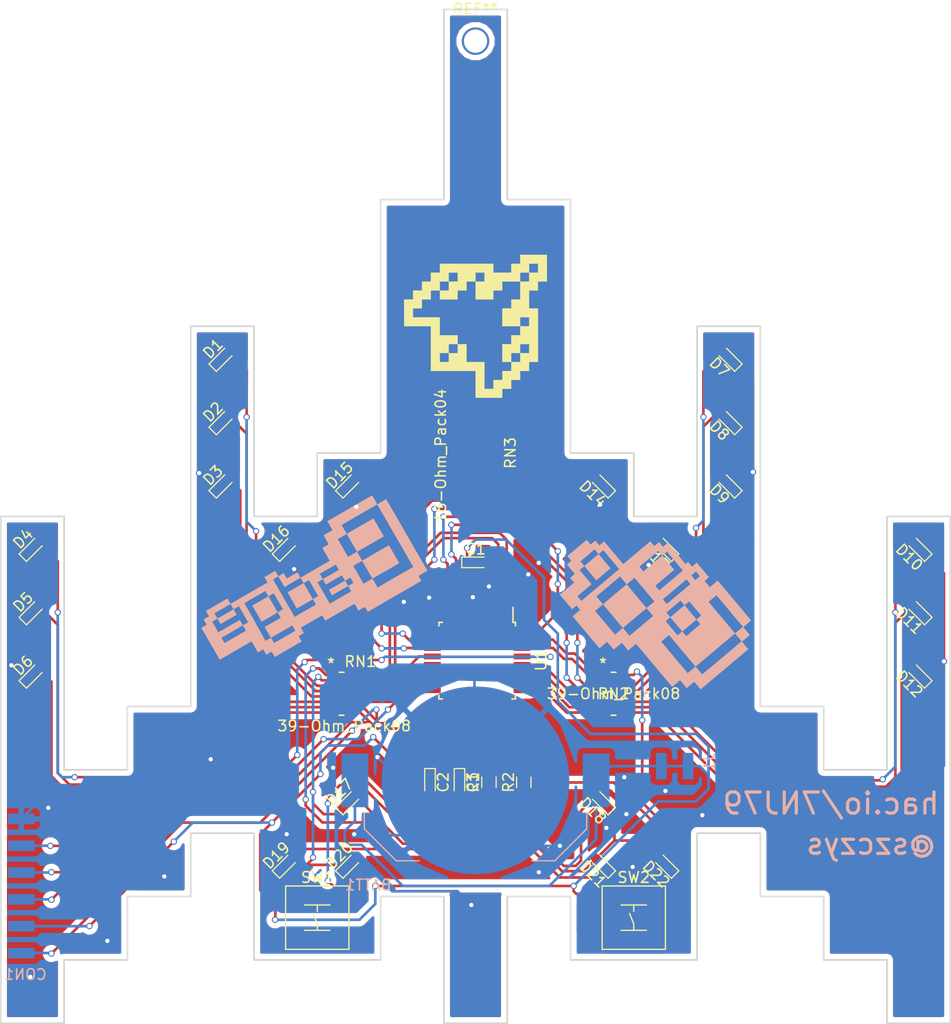
<source format=kicad_pcb>
(kicad_pcb (version 4) (host pcbnew 4.0.7-e2-6376~60~ubuntu17.10.1)
  (layers (0 F.Cu signal) (31 B.Cu signal) (34 B.Paste user) (35 F.Paste user) (36 B.SilkS user) (37 F.SilkS user) (38 B.Mask user) (39 F.Mask user) (44 Edge.Cuts user))
  (net 0 "")
  (net 1 GND)
  (net 2 VCC)
  (net 3 "Net-(C3-Pad1)")
  (net 4 MISO)
  (net 5 PEW-2-3)
  (net 6 RST)
  (net 7 MOSI)
  (net 8 "Net-(D1-Pad2)")
  (net 9 "Net-(D2-Pad2)")
  (net 10 "Net-(D3-Pad2)")
  (net 11 "Net-(D4-Pad2)")
  (net 12 "Net-(D5-Pad2)")
  (net 13 "Net-(D6-Pad2)")
  (net 14 "Net-(D7-Pad2)")
  (net 15 "Net-(D8-Pad2)")
  (net 16 "Net-(D9-Pad2)")
  (net 17 "Net-(D10-Pad2)")
  (net 18 "Net-(D11-Pad2)")
  (net 19 "Net-(D12-Pad2)")
  (net 20 SHIELD-1)
  (net 21 SHIELD-2)
  (net 22 SHIELD-3)
  (net 23 SHIELD-4)
  (net 24 ENG-1)
  (net 25 ENG-2)
  (net 26 ENG-3)
  (net 27 SW-POWER)
  (net 28 SW-SELECT)
  (net 29 CHARLIE-1)
  (net 30 CHARLIE-2)
  (net 31 PEW-1-1)
  (net 32 PEW-1-2)
  (net 33 PEW-1-3)
  (net 34 CHARLIE-3)
  (net 35 CHARLIE-4)
  (net 36 PEW-3-1)
  (net 37 PEW-3-2)
  (net 38 PEW-3-3)
  (net 39 PEW-4-1)
  (net 40 PEW-4-2)
  (net 41 PEW-4-3)
  (net 42 "Net-(U1-Pad19)")
  (net 43 "Net-(U1-Pad22)")
  (net 44 "Net-(RN2-Pad15)")
  (net 45 "Net-(D13-Pad2)")
  (net 46 "Net-(D14-Pad2)")
  (net 47 "Net-(D15-Pad2)")
  (net 48 "Net-(D16-Pad2)")
  (module LEDs:LED_0603 (layer F.Cu) (at 153.002 100.354)
    (fp_text reference C1 (at 0 -1.25) (layer F.SilkS))
    (fp_text value 0.1uF)
    (pad 2 smd rect (at 0.8 0 180) (size 0.8 0.8) (layers F.Cu F.Paste F.Mask) (net 1 GND))
    (pad 1 smd rect (at -0.8 0 180) (size 0.8 0.8) (layers F.Cu F.Paste F.Mask) (net 2 VCC))
  )
  (module LEDs:LED_0603 (layer F.Cu) (at 148.684 121.182 270)
    (fp_text reference C2 (at 0 -1.25 270) (layer F.SilkS))
    (fp_text value 0.1uF)
    (pad 2 smd rect (at 0.8 0 90) (size 0.8 0.8) (layers F.Cu F.Paste F.Mask) (net 1 GND))
    (pad 1 smd rect (at -0.8 0 90) (size 0.8 0.8) (layers F.Cu F.Paste F.Mask) (net 2 VCC))
  )
  (module LEDs:LED_0603 (layer F.Cu) (at 151.478 121.182 270)
    (fp_text reference C3 (at 0 -1.25 270) (layer F.SilkS))
    (fp_text value 0.1uF)
    (pad 2 smd rect (at 0.8 0 90) (size 0.8 0.8) (layers F.Cu F.Paste F.Mask) (net 1 GND))
    (pad 1 smd rect (at -0.8 0 90) (size 0.8 0.8) (layers F.Cu F.Paste F.Mask) (net 3 "Net-(C3-Pad1)"))
  )
  (module LEDs:LED_0603 (layer F.Cu) (at 129 81 45)
    (fp_text reference D1 (at 0 -1.25 45) (layer F.SilkS))
    (fp_text value LED)
    (pad 2 smd rect (at 0.8 0 225) (size 0.8 0.8) (layers F.Cu F.Paste F.Mask) (net 8 "Net-(D1-Pad2)"))
    (pad 1 smd rect (at -0.8 0 225) (size 0.8 0.8) (layers F.Cu F.Paste F.Mask) (net 1 GND))
  )
  (module LEDs:LED_0603 (layer F.Cu) (at 129 87 45)
    (fp_text reference D2 (at 0 -1.25 45) (layer F.SilkS))
    (fp_text value LED)
    (pad 2 smd rect (at 0.8 0 225) (size 0.8 0.8) (layers F.Cu F.Paste F.Mask) (net 9 "Net-(D2-Pad2)"))
    (pad 1 smd rect (at -0.8 0 225) (size 0.8 0.8) (layers F.Cu F.Paste F.Mask) (net 1 GND))
  )
  (module LEDs:LED_0603 (layer F.Cu) (at 129 93 45)
    (fp_text reference D3 (at 0 -1.25 45) (layer F.SilkS))
    (fp_text value LED)
    (pad 2 smd rect (at 0.8 0 225) (size 0.8 0.8) (layers F.Cu F.Paste F.Mask) (net 10 "Net-(D3-Pad2)"))
    (pad 1 smd rect (at -0.8 0 225) (size 0.8 0.8) (layers F.Cu F.Paste F.Mask) (net 1 GND))
  )
  (module LEDs:LED_0603 (layer F.Cu) (at 111 99 45)
    (fp_text reference D4 (at 0 -1.25 45) (layer F.SilkS))
    (fp_text value LED)
    (pad 2 smd rect (at 0.8 0 225) (size 0.8 0.8) (layers F.Cu F.Paste F.Mask) (net 11 "Net-(D4-Pad2)"))
    (pad 1 smd rect (at -0.8 0 225) (size 0.8 0.8) (layers F.Cu F.Paste F.Mask) (net 1 GND))
  )
  (module LEDs:LED_0603 (layer F.Cu) (at 111 105 45)
    (fp_text reference D5 (at 0 -1.25 45) (layer F.SilkS))
    (fp_text value LED)
    (pad 2 smd rect (at 0.8 0 225) (size 0.8 0.8) (layers F.Cu F.Paste F.Mask) (net 12 "Net-(D5-Pad2)"))
    (pad 1 smd rect (at -0.8 0 225) (size 0.8 0.8) (layers F.Cu F.Paste F.Mask) (net 1 GND))
  )
  (module LEDs:LED_0603 (layer F.Cu) (at 111 111 45)
    (fp_text reference D6 (at 0 -1.25 45) (layer F.SilkS))
    (fp_text value LED)
    (pad 2 smd rect (at 0.8 0 225) (size 0.8 0.8) (layers F.Cu F.Paste F.Mask) (net 13 "Net-(D6-Pad2)"))
    (pad 1 smd rect (at -0.8 0 225) (size 0.8 0.8) (layers F.Cu F.Paste F.Mask) (net 1 GND))
  )
  (module LEDs:LED_0603 (layer F.Cu) (at 177 81 135)
    (fp_text reference D7 (at 0 -1.25 135) (layer F.SilkS))
    (fp_text value LED)
    (pad 2 smd rect (at 0.8 0 315) (size 0.8 0.8) (layers F.Cu F.Paste F.Mask) (net 14 "Net-(D7-Pad2)"))
    (pad 1 smd rect (at -0.8 0 315) (size 0.8 0.8) (layers F.Cu F.Paste F.Mask) (net 1 GND))
  )
  (module LEDs:LED_0603 (layer F.Cu) (at 177 87 135)
    (fp_text reference D8 (at 0 -1.25 135) (layer F.SilkS))
    (fp_text value LED)
    (pad 2 smd rect (at 0.8 0 315) (size 0.8 0.8) (layers F.Cu F.Paste F.Mask) (net 15 "Net-(D8-Pad2)"))
    (pad 1 smd rect (at -0.8 0 315) (size 0.8 0.8) (layers F.Cu F.Paste F.Mask) (net 1 GND))
  )
  (module LEDs:LED_0603 (layer F.Cu) (at 177 93 135)
    (fp_text reference D9 (at 0 -1.25 135) (layer F.SilkS))
    (fp_text value LED)
    (pad 2 smd rect (at 0.8 0 315) (size 0.8 0.8) (layers F.Cu F.Paste F.Mask) (net 16 "Net-(D9-Pad2)"))
    (pad 1 smd rect (at -0.8 0 315) (size 0.8 0.8) (layers F.Cu F.Paste F.Mask) (net 1 GND))
  )
  (module LEDs:LED_0603 (layer F.Cu) (at 195 99 135)
    (fp_text reference D10 (at 0 -1.25 135) (layer F.SilkS))
    (fp_text value LED)
    (pad 2 smd rect (at 0.8 0 315) (size 0.8 0.8) (layers F.Cu F.Paste F.Mask) (net 17 "Net-(D10-Pad2)"))
    (pad 1 smd rect (at -0.8 0 315) (size 0.8 0.8) (layers F.Cu F.Paste F.Mask) (net 1 GND))
  )
  (module LEDs:LED_0603 (layer F.Cu) (at 195 105 135)
    (fp_text reference D11 (at 0 -1.25 135) (layer F.SilkS))
    (fp_text value LED)
    (pad 2 smd rect (at 0.8 0 315) (size 0.8 0.8) (layers F.Cu F.Paste F.Mask) (net 18 "Net-(D11-Pad2)"))
    (pad 1 smd rect (at -0.8 0 315) (size 0.8 0.8) (layers F.Cu F.Paste F.Mask) (net 1 GND))
  )
  (module LEDs:LED_0603 (layer F.Cu) (at 195 111 135)
    (fp_text reference D12 (at 0 -1.25 135) (layer F.SilkS))
    (fp_text value LED)
    (pad 2 smd rect (at 0.8 0 315) (size 0.8 0.8) (layers F.Cu F.Paste F.Mask) (net 19 "Net-(D12-Pad2)"))
    (pad 1 smd rect (at -0.8 0 315) (size 0.8 0.8) (layers F.Cu F.Paste F.Mask) (net 1 GND))
  )
  (module LEDs:LED_0603 (layer F.Cu) (at 171 99 135)
    (fp_text reference D13 (at 0 -1.25 135) (layer F.SilkS))
    (fp_text value LED)
    (pad 2 smd rect (at 0.8 0 315) (size 0.8 0.8) (layers F.Cu F.Paste F.Mask) (net 45 "Net-(D13-Pad2)"))
    (pad 1 smd rect (at -0.8 0 315) (size 0.8 0.8) (layers F.Cu F.Paste F.Mask) (net 1 GND))
  )
  (module LEDs:LED_0603 (layer F.Cu) (at 165 93 135)
    (fp_text reference D14 (at 0 -1.25 135) (layer F.SilkS))
    (fp_text value LED)
    (pad 2 smd rect (at 0.8 0 315) (size 0.8 0.8) (layers F.Cu F.Paste F.Mask) (net 46 "Net-(D14-Pad2)"))
    (pad 1 smd rect (at -0.8 0 315) (size 0.8 0.8) (layers F.Cu F.Paste F.Mask) (net 1 GND))
  )
  (module LEDs:LED_0603 (layer F.Cu) (at 141 93 45)
    (fp_text reference D15 (at 0 -1.25 45) (layer F.SilkS))
    (fp_text value LED)
    (pad 2 smd rect (at 0.8 0 225) (size 0.8 0.8) (layers F.Cu F.Paste F.Mask) (net 47 "Net-(D15-Pad2)"))
    (pad 1 smd rect (at -0.8 0 225) (size 0.8 0.8) (layers F.Cu F.Paste F.Mask) (net 1 GND))
  )
  (module LEDs:LED_0603 (layer F.Cu) (at 135 99 45)
    (fp_text reference D16 (at 0 -1.25 45) (layer F.SilkS))
    (fp_text value LED)
    (pad 2 smd rect (at 0.8 0 225) (size 0.8 0.8) (layers F.Cu F.Paste F.Mask) (net 48 "Net-(D16-Pad2)"))
    (pad 1 smd rect (at -0.8 0 225) (size 0.8 0.8) (layers F.Cu F.Paste F.Mask) (net 1 GND))
  )
  (module LEDs:LED_0603 (layer F.Cu) (at 141 123 45)
    (fp_text reference D17 (at 0 -1.25 45) (layer F.SilkS))
    (fp_text value LED)
    (pad 2 smd rect (at 0.8 0 225) (size 0.8 0.8) (layers F.Cu F.Paste F.Mask) (net 24 ENG-1))
    (pad 1 smd rect (at -0.8 0 225) (size 0.8 0.8) (layers F.Cu F.Paste F.Mask) (net 25 ENG-2))
  )
  (module LEDs:LED_0603 (layer F.Cu) (at 165 123 135)
    (fp_text reference D18 (at 0 -1.25 135) (layer F.SilkS))
    (fp_text value LED)
    (pad 2 smd rect (at 0.8 0 315) (size 0.8 0.8) (layers F.Cu F.Paste F.Mask) (net 25 ENG-2))
    (pad 1 smd rect (at -0.8 0 315) (size 0.8 0.8) (layers F.Cu F.Paste F.Mask) (net 24 ENG-1))
  )
  (module LEDs:LED_0603 (layer F.Cu) (at 135 129 45)
    (fp_text reference D19 (at 0 -1.25 45) (layer F.SilkS))
    (fp_text value LED)
    (pad 2 smd rect (at 0.8 0 225) (size 0.8 0.8) (layers F.Cu F.Paste F.Mask) (net 25 ENG-2))
    (pad 1 smd rect (at -0.8 0 225) (size 0.8 0.8) (layers F.Cu F.Paste F.Mask) (net 26 ENG-3))
  )
  (module LEDs:LED_0603 (layer F.Cu) (at 141 129 45)
    (fp_text reference D20 (at 0 -1.25 45) (layer F.SilkS))
    (fp_text value LED)
    (pad 2 smd rect (at 0.8 0 225) (size 0.8 0.8) (layers F.Cu F.Paste F.Mask) (net 26 ENG-3))
    (pad 1 smd rect (at -0.8 0 225) (size 0.8 0.8) (layers F.Cu F.Paste F.Mask) (net 25 ENG-2))
  )
  (module LEDs:LED_0603 (layer F.Cu) (at 165 129 135)
    (fp_text reference D21 (at 0 -1.25 135) (layer F.SilkS))
    (fp_text value LED)
    (pad 2 smd rect (at 0.8 0 315) (size 0.8 0.8) (layers F.Cu F.Paste F.Mask) (net 24 ENG-1))
    (pad 1 smd rect (at -0.8 0 315) (size 0.8 0.8) (layers F.Cu F.Paste F.Mask) (net 26 ENG-3))
  )
  (module LEDs:LED_0603 (layer F.Cu) (at 171 129 135)
    (fp_text reference D22 (at 0 -1.25 135) (layer F.SilkS))
    (fp_text value LED)
    (pad 2 smd rect (at 0.8 0 315) (size 0.8 0.8) (layers F.Cu F.Paste F.Mask) (net 26 ENG-3))
    (pad 1 smd rect (at -0.8 0 315) (size 0.8 0.8) (layers F.Cu F.Paste F.Mask) (net 24 ENG-1))
  )
  (module Resistors_SMD:R_0603 (layer F.Cu) (at 154.272 121.182 90)
    (fp_text reference R1 (at 0 -1.45 90) (layer F.SilkS))
    (fp_text value 4k7)
    (pad 1 smd rect (at -0.75 0 90) (size 0.5 0.9) (layers F.Cu F.Paste F.Mask) (net 1 GND))
    (pad 2 smd rect (at 0.75 0 90) (size 0.5 0.9) (layers F.Cu F.Paste F.Mask) (net 27 SW-POWER))
  )
  (module Resistors_SMD:R_0603 (layer F.Cu) (at 157.574 121.182 90)
    (fp_text reference R2 (at 0 -1.45 90) (layer F.SilkS))
    (fp_text value 4k7)
    (pad 1 smd rect (at -0.75 0 90) (size 0.5 0.9) (layers F.Cu F.Paste F.Mask) (net 1 GND))
    (pad 2 smd rect (at 0.75 0 90) (size 0.5 0.9) (layers F.Cu F.Paste F.Mask) (net 28 SW-SELECT))
  )
  (module Szczys:EXB-2HV390JV (layer F.Cu) (at 140.302 112.8)
    (fp_text reference RN1 (at 1.778 -3.048) (layer F.SilkS))
    (fp_text value 39-Ohm_Pack08 (at 0.254 3.048) (layer F.SilkS))
    (fp_text user * (at -1.0033 -2.8448) (layer F.SilkS))
    (pad 1 smd rect (at -0.9271 -1.778) (size 0.762 0.3556) (layers F.Cu F.Paste F.Mask) (net 24 ENG-1))
    (pad 2 smd rect (at -0.9271 -1.27) (size 0.762 0.3556) (layers F.Cu F.Paste F.Mask) (net 25 ENG-2))
    (pad 3 smd rect (at -0.9271 -0.762) (size 0.762 0.3556) (layers F.Cu F.Paste F.Mask) (net 8 "Net-(D1-Pad2)"))
    (pad 4 smd rect (at -0.9271 -0.254) (size 0.762 0.3556) (layers F.Cu F.Paste F.Mask) (net 9 "Net-(D2-Pad2)"))
    (pad 5 smd rect (at -0.9271 0.254) (size 0.762 0.3556) (layers F.Cu F.Paste F.Mask) (net 10 "Net-(D3-Pad2)"))
    (pad 6 smd rect (at -0.9271 0.762) (size 0.762 0.3556) (layers F.Cu F.Paste F.Mask) (net 11 "Net-(D4-Pad2)"))
    (pad 7 smd rect (at -0.9271 1.27) (size 0.762 0.3556) (layers F.Cu F.Paste F.Mask) (net 12 "Net-(D5-Pad2)"))
    (pad 8 smd rect (at -0.9271 1.778) (size 0.762 0.3556) (layers F.Cu F.Paste F.Mask) (net 13 "Net-(D6-Pad2)"))
    (pad 9 smd rect (at 0.9271 1.778) (size 0.762 0.3556) (layers F.Cu F.Paste F.Mask) (net 5 PEW-2-3))
    (pad 10 smd rect (at 0.9271 1.27) (size 0.762 0.3556) (layers F.Cu F.Paste F.Mask) (net 4 MISO))
    (pad 11 smd rect (at 0.9271 0.762) (size 0.762 0.3556) (layers F.Cu F.Paste F.Mask) (net 7 MOSI))
    (pad 12 smd rect (at 0.9271 0.254) (size 0.762 0.3556) (layers F.Cu F.Paste F.Mask) (net 33 PEW-1-3))
    (pad 13 smd rect (at 0.9271 -0.254) (size 0.762 0.3556) (layers F.Cu F.Paste F.Mask) (net 32 PEW-1-2))
    (pad 14 smd rect (at 0.9271 -0.762) (size 0.762 0.3556) (layers F.Cu F.Paste F.Mask) (net 31 PEW-1-1))
    (pad 15 smd rect (at 0.9271 -1.27) (size 0.762 0.3556) (layers F.Cu F.Paste F.Mask) (net 30 CHARLIE-2))
    (pad 16 smd rect (at 0.9271 -1.778) (size 0.762 0.3556) (layers F.Cu F.Paste F.Mask) (net 29 CHARLIE-1))
  )
  (module Szczys:EXB-2HV390JV (layer F.Cu) (at 166.083 112.8)
    (fp_text reference RN2 (at 0 0) (layer F.SilkS))
    (fp_text value 39-Ohm_Pack08 (at 0 0) (layer F.SilkS))
    (fp_text user * (at -1.0033 -2.8448) (layer F.SilkS))
    (pad 1 smd rect (at -0.9271 -1.778) (size 0.762 0.3556) (layers F.Cu F.Paste F.Mask) (net 34 CHARLIE-3))
    (pad 2 smd rect (at -0.9271 -1.27) (size 0.762 0.3556) (layers F.Cu F.Paste F.Mask) (net 35 CHARLIE-4))
    (pad 3 smd rect (at -0.9271 -0.762) (size 0.762 0.3556) (layers F.Cu F.Paste F.Mask) (net 36 PEW-3-1))
    (pad 4 smd rect (at -0.9271 -0.254) (size 0.762 0.3556) (layers F.Cu F.Paste F.Mask) (net 37 PEW-3-2))
    (pad 5 smd rect (at -0.9271 0.254) (size 0.762 0.3556) (layers F.Cu F.Paste F.Mask) (net 38 PEW-3-3))
    (pad 6 smd rect (at -0.9271 0.762) (size 0.762 0.3556) (layers F.Cu F.Paste F.Mask) (net 39 PEW-4-1))
    (pad 7 smd rect (at -0.9271 1.27) (size 0.762 0.3556) (layers F.Cu F.Paste F.Mask) (net 40 PEW-4-2))
    (pad 8 smd rect (at -0.9271 1.778) (size 0.762 0.3556) (layers F.Cu F.Paste F.Mask) (net 41 PEW-4-3))
    (pad 9 smd rect (at 0.9271 1.778) (size 0.762 0.3556) (layers F.Cu F.Paste F.Mask) (net 19 "Net-(D12-Pad2)"))
    (pad 10 smd rect (at 0.9271 1.27) (size 0.762 0.3556) (layers F.Cu F.Paste F.Mask) (net 18 "Net-(D11-Pad2)"))
    (pad 11 smd rect (at 0.9271 0.762) (size 0.762 0.3556) (layers F.Cu F.Paste F.Mask) (net 17 "Net-(D10-Pad2)"))
    (pad 12 smd rect (at 0.9271 0.254) (size 0.762 0.3556) (layers F.Cu F.Paste F.Mask) (net 16 "Net-(D9-Pad2)"))
    (pad 13 smd rect (at 0.9271 -0.254) (size 0.762 0.3556) (layers F.Cu F.Paste F.Mask) (net 15 "Net-(D8-Pad2)"))
    (pad 14 smd rect (at 0.9271 -0.762) (size 0.762 0.3556) (layers F.Cu F.Paste F.Mask) (net 14 "Net-(D7-Pad2)"))
    (pad 15 smd rect (at 0.9271 -1.27) (size 0.762 0.3556) (layers F.Cu F.Paste F.Mask) (net 44 "Net-(RN2-Pad15)"))
    (pad 16 smd rect (at 0.9271 -1.778) (size 0.762 0.3556) (layers F.Cu F.Paste F.Mask) (net 26 ENG-3))
  )
  (module Szczys:Switches-TACT-PTS645 (layer F.Cu) (at 138 134)
    (fp_text reference SW1 (at 0 -3.81) (layer F.SilkS) (effects (font (size 1.016 1.016) (thickness 0.1524))))
    (fp_text value SW_Push)
    (pad 1 smd rect (at -3.975 -2.25) (size 1.55 1.3) (layers F.Cu F.Paste F.Mask) (net 2 VCC))
    (pad 2 smd rect (at 3.975 -2.25 90) (size 1.3 1.55) (layers F.Cu F.Paste F.Mask) (net 27 SW-POWER))
    (pad 3 smd rect (at -3.975 2.25) (size 1.55 1.3) (layers F.Cu F.Paste F.Mask))
    (pad 4 smd rect (at 3.975 2.25) (size 1.55 1.3) (layers F.Cu F.Paste F.Mask))
  )
  (module Szczys:Switches-TACT-PTS645 (layer F.Cu) (at 168 134)
    (fp_text reference SW2 (at 0 -3.81) (layer F.SilkS) (effects (font (size 1.016 1.016) (thickness 0.1524))))
    (fp_text value SW_Push)
    (pad 1 smd rect (at -3.975 -2.25) (size 1.55 1.3) (layers F.Cu F.Paste F.Mask) (net 2 VCC))
    (pad 2 smd rect (at 3.975 -2.25 90) (size 1.3 1.55) (layers F.Cu F.Paste F.Mask) (net 28 SW-SELECT))
    (pad 3 smd rect (at -3.975 2.25) (size 1.55 1.3) (layers F.Cu F.Paste F.Mask))
    (pad 4 smd rect (at 3.975 2.25) (size 1.55 1.3) (layers F.Cu F.Paste F.Mask))
  )
  (module Housings_QFP:TQFP-32_7x7mm_Pitch0.8mm (layer F.Cu) (at 153.154286 109.665 270)
    (fp_text reference U1 (at 0 -6.05 270) (layer F.SilkS))
    (fp_text value ATMEGA48A-AU)
    (pad 1 smd rect (at -4.25 -2.8 270) (size 1.6 0.55) (layers F.Cu F.Paste F.Mask) (net 29 CHARLIE-1))
    (pad 2 smd rect (at -4.25 -2 270) (size 1.6 0.55) (layers F.Cu F.Paste F.Mask) (net 30 CHARLIE-2))
    (pad 3 smd rect (at -4.25 -1.2 270) (size 1.6 0.55) (layers F.Cu F.Paste F.Mask) (net 1 GND))
    (pad 4 smd rect (at -4.25 -0.4 270) (size 1.6 0.55) (layers F.Cu F.Paste F.Mask) (net 2 VCC))
    (pad 5 smd rect (at -4.25 0.4 270) (size 1.6 0.55) (layers F.Cu F.Paste F.Mask) (net 1 GND))
    (pad 6 smd rect (at -4.25 1.2 270) (size 1.6 0.55) (layers F.Cu F.Paste F.Mask) (net 2 VCC))
    (pad 7 smd rect (at -4.25 2 270) (size 1.6 0.55) (layers F.Cu F.Paste F.Mask) (net 37 PEW-3-2))
    (pad 8 smd rect (at -4.25 2.8 270) (size 1.6 0.55) (layers F.Cu F.Paste F.Mask) (net 36 PEW-3-1))
    (pad 9 smd rect (at -2.8 4.25) (size 1.6 0.55) (layers F.Cu F.Paste F.Mask) (net 21 SHIELD-2))
    (pad 10 smd rect (at -2 4.25) (size 1.6 0.55) (layers F.Cu F.Paste F.Mask) (net 22 SHIELD-3))
    (pad 11 smd rect (at -1.2 4.25) (size 1.6 0.55) (layers F.Cu F.Paste F.Mask) (net 23 SHIELD-4))
    (pad 12 smd rect (at -0.4 4.25) (size 1.6 0.55) (layers F.Cu F.Paste F.Mask) (net 31 PEW-1-1))
    (pad 13 smd rect (at 0.4 4.25) (size 1.6 0.55) (layers F.Cu F.Paste F.Mask) (net 32 PEW-1-2))
    (pad 14 smd rect (at 1.2 4.25) (size 1.6 0.55) (layers F.Cu F.Paste F.Mask) (net 33 PEW-1-3))
    (pad 15 smd rect (at 2 4.25) (size 1.6 0.55) (layers F.Cu F.Paste F.Mask) (net 7 MOSI))
    (pad 16 smd rect (at 2.8 4.25) (size 1.6 0.55) (layers F.Cu F.Paste F.Mask) (net 4 MISO))
    (pad 17 smd rect (at 4.25 2.8 270) (size 1.6 0.55) (layers F.Cu F.Paste F.Mask) (net 5 PEW-2-3))
    (pad 18 smd rect (at 4.25 2 270) (size 1.6 0.55) (layers F.Cu F.Paste F.Mask) (net 2 VCC))
    (pad 19 smd rect (at 4.25 1.2 270) (size 1.6 0.55) (layers F.Cu F.Paste F.Mask) (net 42 "Net-(U1-Pad19)"))
    (pad 20 smd rect (at 4.25 0.4 270) (size 1.6 0.55) (layers F.Cu F.Paste F.Mask) (net 3 "Net-(C3-Pad1)"))
    (pad 21 smd rect (at 4.25 -0.4 270) (size 1.6 0.55) (layers F.Cu F.Paste F.Mask) (net 1 GND))
    (pad 22 smd rect (at 4.25 -1.2 270) (size 1.6 0.55) (layers F.Cu F.Paste F.Mask) (net 43 "Net-(U1-Pad22)"))
    (pad 23 smd rect (at 4.25 -2 270) (size 1.6 0.55) (layers F.Cu F.Paste F.Mask) (net 27 SW-POWER))
    (pad 24 smd rect (at 4.25 -2.8 270) (size 1.6 0.55) (layers F.Cu F.Paste F.Mask) (net 28 SW-SELECT))
    (pad 25 smd rect (at 2.8 -4.25) (size 1.6 0.55) (layers F.Cu F.Paste F.Mask) (net 41 PEW-4-3))
    (pad 26 smd rect (at 2 -4.25) (size 1.6 0.55) (layers F.Cu F.Paste F.Mask) (net 40 PEW-4-2))
    (pad 27 smd rect (at 1.2 -4.25) (size 1.6 0.55) (layers F.Cu F.Paste F.Mask) (net 39 PEW-4-1))
    (pad 28 smd rect (at 0.4 -4.25) (size 1.6 0.55) (layers F.Cu F.Paste F.Mask) (net 38 PEW-3-3))
    (pad 29 smd rect (at -0.4 -4.25) (size 1.6 0.55) (layers F.Cu F.Paste F.Mask) (net 6 RST))
    (pad 30 smd rect (at -1.2 -4.25) (size 1.6 0.55) (layers F.Cu F.Paste F.Mask) (net 35 CHARLIE-4))
    (pad 31 smd rect (at -2 -4.25) (size 1.6 0.55) (layers F.Cu F.Paste F.Mask) (net 34 CHARLIE-3))
    (pad 32 smd rect (at -2.8 -4.25) (size 1.6 0.55) (layers F.Cu F.Paste F.Mask) (net 20 SHIELD-1))
  )
  (module MF_Connectors:MF_Connectors-BAT-HLD-001 (layer B.Cu) (at 153 121)
    (fp_text reference BATT1 (at -10.16 9.906) (layer B.SilkS) (effects (font (size 1.016 1.016) (thickness 0.1524)) (justify mirror)))
    (fp_text value BATTERY_BAT-HLD-001)
    (pad NEG_ smd circle (at 0 0) (size 17.78 17.78) (layers B.Cu B.Paste B.Mask) (net 1 GND))
    (pad POS_ smd rect (at 11.43 0 270) (size 5.08 2.54) (layers B.Cu B.Paste B.Mask) (net 2 VCC))
    (pad POS_ smd rect (at -11.43 0 270) (size 5.08 2.54) (layers B.Cu B.Paste B.Mask) (net 2 VCC))
  )
  (module Szczys:SIL_1x06_SMD_Pin_Header (layer B.Cu) (at 111.6 131)
    (fp_text reference CON1 (at -1.27 8.382) (layer B.SilkS) (effects (justify mirror)))
    (fp_text value AVR-ISP-6)
    (pad 2 smd rect (at -1.655 3.81) (size 2.51 1) (layers B.Cu B.Paste B.Mask) (net 2 VCC))
    (pad 4 smd rect (at -1.655 -1.27) (size 2.51 1) (layers B.Cu B.Paste B.Mask) (net 7 MOSI))
    (pad 6 smd rect (at -1.655 -6.35) (size 2.51 1) (layers B.Cu B.Paste B.Mask) (net 1 GND))
    (pad 1 smd rect (at -1.655 6.35) (size 2.51 1) (layers B.Cu B.Paste B.Mask) (net 4 MISO))
    (pad 3 smd rect (at -1.655 1.27) (size 2.51 1) (layers B.Cu B.Paste B.Mask) (net 5 PEW-2-3))
    (pad 5 smd rect (at -1.655 -3.81) (size 2.51 1) (layers B.Cu B.Paste B.Mask) (net 6 RST))
  )
  (module Szczys:EXB-38V150JV (layer F.Cu) (at 153 90 270)
    (fp_text reference RN3 (at 0 -3.302 270) (layer F.SilkS))
    (fp_text value 15-Ohm_Pack04 (at 0.254 3.302 270) (layer F.SilkS))
    (pad 1 smd rect (at -0.8536 -1.503601 270) (size 0.8072 1.1072) (layers F.Cu F.Paste F.Mask) (net 45 "Net-(D13-Pad2)"))
    (pad 2 smd rect (at -0.8536 -0.395 270) (size 0.8072 0.45) (layers F.Cu F.Paste F.Mask) (net 46 "Net-(D14-Pad2)"))
    (pad 3 smd rect (at -0.8536 0.385 270) (size 0.8072 0.45) (layers F.Cu F.Paste F.Mask) (net 47 "Net-(D15-Pad2)"))
    (pad 4 smd rect (at -0.8536 1.503601 270) (size 0.8072 1.1072) (layers F.Cu F.Paste F.Mask) (net 48 "Net-(D16-Pad2)"))
    (pad 5 smd rect (at 0.8536 1.503601 270) (size 0.8072 1.1072) (layers F.Cu F.Paste F.Mask) (net 23 SHIELD-4))
    (pad 6 smd rect (at 0.8536 0.395 270) (size 0.8072 0.45) (layers F.Cu F.Paste F.Mask) (net 22 SHIELD-3))
    (pad 7 smd rect (at 0.8536 -0.385 270) (size 0.8072 0.45) (layers F.Cu F.Paste F.Mask) (net 21 SHIELD-2))
    (pad 8 smd rect (at 0.8536 -1.503601 270) (size 0.8072 1.1072) (layers F.Cu F.Paste F.Mask) (net 20 SHIELD-1))
  )
  (module Szczys:SIL_1x02_SMD_Pin_Header (layer B.Cu) (at 166.8 118 90)
    (fp_text reference J1 (at -1.27 8.382 90) (layer B.SilkS) (effects (justify mirror)))
    (fp_text value Conn_01x02)
    (pad 2 smd rect (at -1.655 3.81 90) (size 2.51 1) (layers B.Cu B.Paste B.Mask) (net 2 VCC))
    (pad 1 smd rect (at -1.655 6.35 90) (size 2.51 1) (layers B.Cu B.Paste B.Mask) (net 2 VCC))
  )
  (module Szczys:1pin-noSilkCircle (layer F.Cu) (at 153 51)
    (fp_text reference REF** (at 0 -3.048) (layer F.SilkS))
    (fp_text value 1pin)
    (pad 1 thru_hole circle (at 0 0) (size 2.6 2.6) (drill 2.2) (layers *.Cu *.Mask))
  )
  (module Szczys:Galaga-ship (layer F.Cu) (at 153 78 270)
    (fp_text reference G*** hide)
    (fp_text value LOGO hide)
    (fp_poly (pts (xy -4.233333 -5.926667) (xy -3.386667 -5.926667) (xy -3.386667 -5.08) (xy -1.693333 -5.08) (xy -1.693333 -5.926667) (xy 3.386667 -5.926667) (xy 3.386667 -5.08) (xy 4.233333 -5.08) (xy 4.233333 -4.233333) (xy 5.08 -4.233333) (xy 5.08 -3.386667) (xy 5.926667 -3.386667) (xy 5.926667 -2.54) (xy 6.773333 -2.54) (xy 6.773333 0) (xy 4.233333 0) (xy 4.233333 4.233333) (xy 0 4.233333) (xy 0 6.773333) (xy -2.54 6.773333) (xy -2.54 5.926667) (xy -3.386667 5.926667) (xy -3.386667 5.08) (xy -4.233333 5.08) (xy -4.233333 4.233333) (xy -5.08 4.233333) (xy -5.08 3.386667) (xy -5.926667 3.386667) (xy -5.926667 0) (xy -3.386667 0) (xy -3.386667 0.846667) (xy -2.54 0.846667) (xy -2.54 0) (xy -3.386667 0) (xy -5.926667 0) (xy -5.926667 -1.693333) (xy -5.08 -1.693333) (xy -5.08 -3.386667) (xy 0 -3.386667) (xy 0 -2.54) (xy 0.846667 -2.54) (xy 0.846667 -3.386667) (xy 0 -3.386667) (xy -5.08 -3.386667) (xy -5.926667 -3.386667) (xy -5.926667 -4.233333) (xy -6.773333 -4.233333) (xy -6.773333 -6.773333) (xy -4.233333 -6.773333) (xy -4.233333 -5.926667)) (layer F.Cu) (width 0.01))
  )
  (module Szczys:Logo-coin-op (layer B.Cu) (at 169.8 104.6 130)
    (fp_text reference G*** hide)
    (fp_text value LOGO hide)
  )
  (module Szczys:Logo-badge (layer B.Cu) (at 137.16 102.87 210)
    (fp_text reference G*** hide)
    (fp_text value LOGO hide)
  )
  (gr_text hac.io/7NJ79 (at 186.69 123.19) (layer B.SilkS) (effects (font (size 2 2) (thickness 0.3)) (justify mirror)))
  (gr_text @szczys (at 190.5 127) (layer B.SilkS) (effects (font (size 2 2) (thickness 0.3)) (justify mirror)))
  (gr_line (start 186 132) (end 186 138) (angle 90) (layer Edge.Cuts) (width 0.15))
  (gr_line (start 180 132) (end 186 132) (angle 90) (layer Edge.Cuts) (width 0.15))
  (gr_line (start 180 126) (end 180 132) (angle 90) (layer Edge.Cuts) (width 0.15))
  (gr_line (start 174 126) (end 180 126) (angle 90) (layer Edge.Cuts) (width 0.15))
  (gr_line (start 174 138) (end 174 126) (angle 90) (layer Edge.Cuts) (width 0.15))
  (gr_line (start 162 138) (end 174 138) (angle 90) (layer Edge.Cuts) (width 0.15))
  (gr_line (start 162 132) (end 162 138) (angle 90) (layer Edge.Cuts) (width 0.15))
  (gr_line (start 156 132) (end 162 132) (angle 90) (layer Edge.Cuts) (width 0.15))
  (gr_line (start 156 144) (end 156 132) (angle 90) (layer Edge.Cuts) (width 0.15))
  (gr_line (start 150 144) (end 156 144) (angle 90) (layer Edge.Cuts) (width 0.15))
  (gr_line (start 150 132) (end 150 144) (angle 90) (layer Edge.Cuts) (width 0.15))
  (gr_line (start 144 132) (end 150 132) (angle 90) (layer Edge.Cuts) (width 0.15))
  (gr_line (start 144 138) (end 144 132) (angle 90) (layer Edge.Cuts) (width 0.15))
  (gr_line (start 132 138) (end 144 138) (angle 90) (layer Edge.Cuts) (width 0.15))
  (gr_line (start 132 126) (end 132 138) (angle 90) (layer Edge.Cuts) (width 0.15))
  (gr_line (start 126 126) (end 132 126) (angle 90) (layer Edge.Cuts) (width 0.15))
  (gr_line (start 126 132) (end 126 126) (angle 90) (layer Edge.Cuts) (width 0.15))
  (gr_line (start 120 132) (end 126 132) (angle 90) (layer Edge.Cuts) (width 0.15))
  (gr_line (start 120 138) (end 120 132) (angle 90) (layer Edge.Cuts) (width 0.15))
  (gr_line (start 114 138) (end 120 138) (angle 90) (layer Edge.Cuts) (width 0.15))
  (gr_line (start 114 144) (end 114 138) (angle 90) (layer Edge.Cuts) (width 0.15))
  (gr_line (start 108 144) (end 114 144) (angle 90) (layer Edge.Cuts) (width 0.15))
  (gr_line (start 108 138) (end 108 144) (angle 90) (layer Edge.Cuts) (width 0.15))
  (gr_line (start 192 138) (end 186 138) (angle 90) (layer Edge.Cuts) (width 0.15))
  (gr_line (start 192 144) (end 192 138) (angle 90) (layer Edge.Cuts) (width 0.15))
  (gr_line (start 198 144) (end 192 144) (angle 90) (layer Edge.Cuts) (width 0.15))
  (gr_line (start 198 96) (end 198 144) (angle 90) (layer Edge.Cuts) (width 0.15))
  (gr_line (start 192 96) (end 198 96) (angle 90) (layer Edge.Cuts) (width 0.15))
  (gr_line (start 192 120) (end 192 96) (angle 90) (layer Edge.Cuts) (width 0.15))
  (gr_line (start 186 120) (end 192 120) (angle 90) (layer Edge.Cuts) (width 0.15))
  (gr_line (start 186 114) (end 186 120) (angle 90) (layer Edge.Cuts) (width 0.15))
  (gr_line (start 180 114) (end 186 114) (angle 90) (layer Edge.Cuts) (width 0.15))
  (gr_line (start 180 78) (end 180 114) (angle 90) (layer Edge.Cuts) (width 0.15))
  (gr_line (start 174 78) (end 180 78) (angle 90) (layer Edge.Cuts) (width 0.15))
  (gr_line (start 174 96) (end 174 78) (angle 90) (layer Edge.Cuts) (width 0.15))
  (gr_line (start 168 96) (end 174 96) (angle 90) (layer Edge.Cuts) (width 0.15))
  (gr_line (start 168 90) (end 168 96) (angle 90) (layer Edge.Cuts) (width 0.15))
  (gr_line (start 162 90) (end 168 90) (angle 90) (layer Edge.Cuts) (width 0.15))
  (gr_line (start 162 66) (end 162 90) (angle 90) (layer Edge.Cuts) (width 0.15))
  (gr_line (start 156 66) (end 162 66) (angle 90) (layer Edge.Cuts) (width 0.15))
  (gr_line (start 156 48) (end 156 66) (angle 90) (layer Edge.Cuts) (width 0.15))
  (gr_line (start 150 48) (end 156 48) (angle 90) (layer Edge.Cuts) (width 0.15))
  (gr_line (start 150 66) (end 150 48) (angle 90) (layer Edge.Cuts) (width 0.15))
  (gr_line (start 144 66) (end 150 66) (angle 90) (layer Edge.Cuts) (width 0.15))
  (gr_line (start 144 90) (end 144 66) (angle 90) (layer Edge.Cuts) (width 0.15))
  (gr_line (start 138 90) (end 144 90) (angle 90) (layer Edge.Cuts) (width 0.15))
  (gr_line (start 138 96) (end 138 90) (angle 90) (layer Edge.Cuts) (width 0.15))
  (gr_line (start 132 96) (end 138 96) (angle 90) (layer Edge.Cuts) (width 0.15))
  (gr_line (start 132 78) (end 132 96) (angle 90) (layer Edge.Cuts) (width 0.15))
  (gr_line (start 126 78) (end 132 78) (angle 90) (layer Edge.Cuts) (width 0.15))
  (gr_line (start 126 114) (end 126 78) (angle 90) (layer Edge.Cuts) (width 0.15))
  (gr_line (start 120 114) (end 126 114) (angle 90) (layer Edge.Cuts) (width 0.15))
  (gr_line (start 120 120) (end 120 114) (angle 90) (layer Edge.Cuts) (width 0.15))
  (gr_line (start 114 120) (end 120 120) (angle 90) (layer Edge.Cuts) (width 0.15))
  (gr_line (start 114 96) (end 114 120) (angle 90) (layer Edge.Cuts) (width 0.15))
  (gr_line (start 108 96) (end 114 96) (angle 90) (layer Edge.Cuts) (width 0.15))
  (gr_line (start 108 138) (end 108 96) (angle 90) (layer Edge.Cuts) (width 0.15))
  (segment (start 137.8 130) (end 138.3 129.5) (width 0.25) (layer B.Cu) (net 0))
  (segment (start 145.5 105.3) (end 146.2 104.6) (width 0.25) (layer B.Cu) (net 1))
  (segment (start 146.2 104.1) (end 146.2 103.3) (width 0.25) (layer F.Cu) (net 1))
  (via (at 146.2 104.1) (size 0.6) (drill 0.4) (layers F.Cu B.Cu) (net 1))
  (segment (start 146.2 104.6) (end 146.2 104.1) (width 0.25) (layer B.Cu) (net 1))
  (segment (start 149.5 105.3) (end 149.5 104.6) (width 0.25) (layer B.Cu) (net 1))
  (segment (start 148.6 103.7) (end 148.6 102.9) (width 0.25) (layer F.Cu) (net 1))
  (via (at 148.6 103.7) (size 0.6) (drill 0.4) (layers F.Cu B.Cu) (net 1))
  (segment (start 149.5 104.6) (end 148.6 103.7) (width 0.25) (layer B.Cu) (net 1))
  (segment (start 161 127.2) (end 161 127.7) (width 0.25) (layer B.Cu) (net 1))
  (segment (start 159 129.7) (end 158.4 129.7) (width 0.25) (layer F.Cu) (net 1))
  (via (at 159 129.7) (size 0.6) (drill 0.4) (layers F.Cu B.Cu) (net 1))
  (segment (start 161 127.7) (end 159 129.7) (width 0.25) (layer B.Cu) (net 1))
  (segment (start 167.3 124.2) (end 166 125.5) (width 0.25) (layer B.Cu) (net 1))
  (segment (start 165.4 125.5) (end 165.4 126.1) (width 0.25) (layer F.Cu) (net 1))
  (via (at 165.4 125.5) (size 0.6) (drill 0.4) (layers F.Cu B.Cu) (net 1))
  (segment (start 166 125.5) (end 165.4 125.5) (width 0.25) (layer B.Cu) (net 1))
  (segment (start 168.4 122) (end 167.3 123.1) (width 0.25) (layer B.Cu) (net 1))
  (segment (start 167.3 124.8) (end 167 125.1) (width 0.25) (layer F.Cu) (net 1))
  (segment (start 167.3 124.2) (end 167.3 124.8) (width 0.25) (layer F.Cu) (net 1))
  (via (at 167.3 124.2) (size 0.6) (drill 0.4) (layers F.Cu B.Cu) (net 1))
  (segment (start 167.3 123.1) (end 167.3 124.2) (width 0.25) (layer B.Cu) (net 1))
  (segment (start 119.4 126) (end 119.4 130.8) (width 0.25) (layer B.Cu) (net 1))
  (via (at 118.1 136.2) (size 0.6) (drill 0.4) (layers F.Cu B.Cu) (net 1))
  (segment (start 118.1 132.1) (end 118.1 136.2) (width 0.25) (layer B.Cu) (net 1))
  (segment (start 119.4 130.8) (end 118.1 132.1) (width 0.25) (layer B.Cu) (net 1))
  (segment (start 119.4 122.1) (end 119.4 126) (width 0.25) (layer B.Cu) (net 1))
  (via (at 123.5 130.1) (size 0.6) (drill 0.4) (layers F.Cu B.Cu) (net 1))
  (segment (start 119.4 126) (end 123.5 130.1) (width 0.25) (layer B.Cu) (net 1))
  (segment (start 109.9 126.2) (end 109.9 138.7) (width 0.25) (layer F.Cu) (net 1))
  (segment (start 112.495 123.595) (end 112.5 123.6) (width 0.25) (layer B.Cu) (net 1))
  (via (at 112.5 123.6) (size 0.6) (drill 0.4) (layers F.Cu B.Cu) (net 1))
  (segment (start 112.5 123.6) (end 109.9 126.2) (width 0.25) (layer F.Cu) (net 1))
  (segment (start 112.495 122.1) (end 112.495 123.595) (width 0.25) (layer B.Cu) (net 1))
  (via (at 110.8 139.6) (size 0.6) (drill 0.4) (layers F.Cu B.Cu) (net 1))
  (segment (start 109.9 138.7) (end 110.8 139.6) (width 0.25) (layer F.Cu) (net 1))
  (segment (start 143.7 121.3) (end 142.2 119.8) (width 0.25) (layer F.Cu) (net 1))
  (via (at 139.5 119.8) (size 0.6) (drill 0.4) (layers F.Cu B.Cu) (net 1))
  (segment (start 142.2 119.8) (end 139.5 119.8) (width 0.25) (layer F.Cu) (net 1))
  (segment (start 174.5 124.3) (end 169.6 129.2) (width 0.25) (layer B.Cu) (net 1))
  (via (at 167.9 129.2) (size 0.6) (drill 0.4) (layers F.Cu B.Cu) (net 1))
  (segment (start 169.6 129.2) (end 167.9 129.2) (width 0.25) (layer B.Cu) (net 1))
  (segment (start 187 122.3) (end 176.5 122.3) (width 0.25) (layer B.Cu) (net 1))
  (via (at 167.1 120.7) (size 0.6) (drill 0.4) (layers F.Cu B.Cu) (net 1))
  (segment (start 168.4 122) (end 167.1 120.7) (width 0.25) (layer B.Cu) (net 1))
  (segment (start 171 122) (end 168.4 122) (width 0.25) (layer B.Cu) (net 1))
  (via (at 171 122) (size 0.6) (drill 0.4) (layers F.Cu B.Cu) (net 1))
  (segment (start 173.3 124.3) (end 171 122) (width 0.25) (layer F.Cu) (net 1))
  (segment (start 174.5 124.3) (end 173.3 124.3) (width 0.25) (layer F.Cu) (net 1))
  (via (at 174.5 124.3) (size 0.6) (drill 0.4) (layers F.Cu B.Cu) (net 1))
  (segment (start 176.5 122.3) (end 174.5 124.3) (width 0.25) (layer B.Cu) (net 1))
  (segment (start 152.9 110.8) (end 152.9 120.9) (width 0.25) (layer B.Cu) (net 1))
  (segment (start 152.9 120.9) (end 153 121) (width 0.25) (layer B.Cu) (net 1))
  (segment (start 122.5 119) (end 127.9 119) (width 0.25) (layer B.Cu) (net 1))
  (via (at 127.9 119) (size 0.6) (drill 0.4) (layers F.Cu B.Cu) (net 1))
  (via (at 152.6 132.8) (size 0.6) (drill 0.4) (layers F.Cu B.Cu) (net 1))
  (segment (start 135.1 129.5) (end 137.7 132.1) (width 0.25) (layer B.Cu) (net 1))
  (segment (start 137.7 132.1) (end 140.4 132.1) (width 0.25) (layer B.Cu) (net 1))
  (segment (start 140.4 132.1) (end 142.6 129.9) (width 0.25) (layer B.Cu) (net 1))
  (segment (start 142.6 129.9) (end 143.5 129.9) (width 0.25) (layer B.Cu) (net 1))
  (segment (start 143.5 129.9) (end 145.1 131.5) (width 0.25) (layer B.Cu) (net 1))
  (segment (start 145.1 131.5) (end 151.3 131.5) (width 0.25) (layer B.Cu) (net 1))
  (segment (start 152.6 132.8) (end 151.3 131.5) (width 0.25) (layer B.Cu) (net 1))
  (segment (start 135.1 129.5) (end 135.1 126.1) (width 0.25) (layer B.Cu) (net 1))
  (segment (start 149.2 123.214) (end 145.614 123.214) (width 0.25) (layer F.Cu) (net 1))
  (segment (start 143.7 118.8) (end 145.9 121) (width 0.25) (layer B.Cu) (net 1))
  (via (at 143.7 118.8) (size 0.6) (drill 0.4) (layers F.Cu B.Cu) (net 1))
  (segment (start 143.7 121.3) (end 143.7 118.8) (width 0.25) (layer F.Cu) (net 1))
  (segment (start 145.614 123.214) (end 143.7 121.3) (width 0.25) (layer F.Cu) (net 1))
  (segment (start 145.9 121) (end 153 121) (width 0.25) (layer B.Cu) (net 1))
  (segment (start 197.365685 109.765685) (end 197.4 109.73137) (width 0.25) (layer F.Cu) (net 1))
  (via (at 197.4 109.73137) (size 0.6) (drill 0.4) (layers F.Cu B.Cu) (net 1))
  (segment (start 179.3 114.6) (end 187 122.3) (width 0.25) (layer B.Cu) (net 1))
  (segment (start 187 122.3) (end 194.7 122.3) (width 0.25) (layer B.Cu) (net 1))
  (segment (start 194.7 122.3) (end 197.2 119.8) (width 0.25) (layer B.Cu) (net 1))
  (segment (start 179.3 98.1) (end 179.3 114.6) (width 0.25) (layer B.Cu) (net 1))
  (segment (start 197.4 119.6) (end 197.2 119.8) (width 0.25) (layer B.Cu) (net 1))
  (segment (start 197.4 109.73137) (end 197.4 119.6) (width 0.25) (layer B.Cu) (net 1))
  (segment (start 195.565685 105.565685) (end 197.4 107.4) (width 0.25) (layer F.Cu) (net 1))
  (segment (start 195.565685 99.565685) (end 197.4 101.4) (width 0.25) (layer F.Cu) (net 1))
  (segment (start 197.365685 109.765685) (end 195.565685 111.565685) (width 0.25) (layer F.Cu) (net 1))
  (segment (start 197.4 101.4) (end 197.4 107.4) (width 0.25) (layer F.Cu) (net 1))
  (segment (start 197.4 107.4) (end 197.4 109.73137) (width 0.25) (layer F.Cu) (net 1))
  (segment (start 177.565685 87.565685) (end 179.3 89.3) (width 0.25) (layer F.Cu) (net 1))
  (segment (start 179 98.4) (end 179.3 98.1) (width 0.25) (layer B.Cu) (net 1))
  (segment (start 176.8 100.6) (end 179 98.4) (width 0.25) (layer B.Cu) (net 1))
  (segment (start 169.4 100.6) (end 176.8 100.6) (width 0.25) (layer B.Cu) (net 1))
  (segment (start 179.3 91.8) (end 179.3 91.83137) (width 0.25) (layer F.Cu) (net 1))
  (via (at 179.3 91.8) (size 0.6) (drill 0.4) (layers F.Cu B.Cu) (net 1))
  (segment (start 179.3 98.1) (end 179.3 91.8) (width 0.25) (layer B.Cu) (net 1))
  (segment (start 177.565685 81.565685) (end 179.3 83.3) (width 0.25) (layer F.Cu) (net 1))
  (segment (start 179.3 83.3) (end 179.3 89.3) (width 0.25) (layer F.Cu) (net 1))
  (segment (start 179.3 89.3) (end 179.3 91.83137) (width 0.25) (layer F.Cu) (net 1))
  (segment (start 179.3 91.83137) (end 177.565685 93.565685) (width 0.25) (layer F.Cu) (net 1))
  (segment (start 166.7 97.9) (end 164.8 96) (width 0.25) (layer B.Cu) (net 1))
  (segment (start 164.8 94.33137) (end 165.565685 93.565685) (width 0.25) (layer F.Cu) (net 1))
  (segment (start 164.8 94.9) (end 164.8 94.33137) (width 0.25) (layer F.Cu) (net 1))
  (via (at 164.8 94.9) (size 0.6) (drill 0.4) (layers F.Cu B.Cu) (net 1))
  (segment (start 164.8 96) (end 164.8 94.9) (width 0.25) (layer B.Cu) (net 1))
  (via (at 169.4 100.6) (size 0.6) (drill 0.4) (layers F.Cu B.Cu) (net 1))
  (segment (start 156.86 102.64) (end 158 101.5) (width 0.25) (layer B.Cu) (net 1))
  (via (at 158 101.5) (size 0.6) (drill 0.4) (layers F.Cu B.Cu) (net 1))
  (segment (start 158 101.5) (end 159 100.5) (width 0.25) (layer F.Cu) (net 1))
  (segment (start 159 100.5) (end 159 100.4) (width 0.25) (layer F.Cu) (net 1))
  (via (at 159 100.4) (size 0.6) (drill 0.4) (layers F.Cu B.Cu) (net 1))
  (segment (start 159 100.4) (end 159.9 99.5) (width 0.25) (layer B.Cu) (net 1))
  (segment (start 159.9 99.5) (end 159.9 98.5) (width 0.25) (layer B.Cu) (net 1))
  (segment (start 159.9 98.5) (end 160.5 97.9) (width 0.25) (layer B.Cu) (net 1))
  (segment (start 160.5 97.9) (end 166.7 97.9) (width 0.25) (layer B.Cu) (net 1))
  (segment (start 166.7 97.9) (end 169.4 100.6) (width 0.25) (layer B.Cu) (net 1))
  (segment (start 154.272 102.64) (end 156.86 102.64) (width 0.25) (layer B.Cu) (net 1))
  (segment (start 170.53137 100.6) (end 171.565685 99.565685) (width 0.25) (layer F.Cu) (net 1))
  (segment (start 169.4 100.6) (end 170.53137 100.6) (width 0.25) (layer F.Cu) (net 1))
  (segment (start 151.644 103.656) (end 152.748 103.656) (width 0.25) (layer B.Cu) (net 1))
  (segment (start 150 105.3) (end 151.644 103.656) (width 0.25) (layer B.Cu) (net 1))
  (segment (start 149.5 105.3) (end 150 105.3) (width 0.25) (layer B.Cu) (net 1))
  (segment (start 139.5 105.3) (end 145.5 105.3) (width 0.25) (layer B.Cu) (net 1))
  (segment (start 145.5 105.3) (end 149.5 105.3) (width 0.25) (layer B.Cu) (net 1))
  (segment (start 112.495 122.1) (end 110 122.1) (width 0.25) (layer B.Cu) (net 1))
  (segment (start 109 110.1) (end 109 110.13137) (width 0.25) (layer F.Cu) (net 1))
  (via (at 109 110.1) (size 0.6) (drill 0.4) (layers F.Cu B.Cu) (net 1))
  (segment (start 109 121.1) (end 109 110.1) (width 0.25) (layer B.Cu) (net 1))
  (segment (start 110 122.1) (end 109 121.1) (width 0.25) (layer B.Cu) (net 1))
  (segment (start 126.8 99.2) (end 126.8 114.7) (width 0.25) (layer B.Cu) (net 1))
  (segment (start 112.495 122.1) (end 109.945 124.65) (width 0.25) (layer B.Cu) (net 1))
  (segment (start 119.4 122.1) (end 112.495 122.1) (width 0.25) (layer B.Cu) (net 1))
  (segment (start 126.8 114.7) (end 122.5 119) (width 0.25) (layer B.Cu) (net 1))
  (segment (start 122.5 119) (end 119.4 122.1) (width 0.25) (layer B.Cu) (net 1))
  (segment (start 135.8 101) (end 130.3 101) (width 0.25) (layer B.Cu) (net 1))
  (segment (start 126.8 91.9) (end 126.8 91.93137) (width 0.25) (layer F.Cu) (net 1))
  (via (at 126.8 91.9) (size 0.6) (drill 0.4) (layers F.Cu B.Cu) (net 1))
  (segment (start 126.8 99.2) (end 126.8 91.9) (width 0.25) (layer B.Cu) (net 1))
  (segment (start 128.6 101) (end 126.8 99.2) (width 0.25) (layer B.Cu) (net 1))
  (segment (start 130.3 101) (end 128.6 101) (width 0.25) (layer B.Cu) (net 1))
  (segment (start 141.7 99.4) (end 140.1 101) (width 0.25) (layer B.Cu) (net 1))
  (segment (start 135.8 100.93137) (end 134.434315 99.565685) (width 0.25) (layer F.Cu) (net 1))
  (segment (start 135.8 101) (end 135.8 100.93137) (width 0.25) (layer F.Cu) (net 1))
  (via (at 135.8 101) (size 0.6) (drill 0.4) (layers F.Cu B.Cu) (net 1))
  (segment (start 140.1 101) (end 135.8 101) (width 0.25) (layer B.Cu) (net 1))
  (segment (start 139.5 105.3) (end 141.7 103.1) (width 0.25) (layer B.Cu) (net 1))
  (segment (start 141.7 94.83137) (end 140.434315 93.565685) (width 0.25) (layer F.Cu) (net 1))
  (segment (start 141.7 95.1) (end 141.7 94.83137) (width 0.25) (layer F.Cu) (net 1))
  (via (at 141.7 95.1) (size 0.6) (drill 0.4) (layers F.Cu B.Cu) (net 1))
  (segment (start 141.7 103.1) (end 141.7 99.4) (width 0.25) (layer B.Cu) (net 1))
  (segment (start 141.7 99.4) (end 141.7 95.1) (width 0.25) (layer B.Cu) (net 1))
  (segment (start 141.6 126.2) (end 147.8 126.2) (width 0.25) (layer B.Cu) (net 1))
  (segment (start 141.5 126.1) (end 141.6 126.2) (width 0.25) (layer B.Cu) (net 1))
  (via (at 141.5 126.1) (size 0.6) (drill 0.4) (layers F.Cu B.Cu) (net 1))
  (segment (start 135.1 126.1) (end 141.5 126.1) (width 0.25) (layer F.Cu) (net 1))
  (via (at 135.1 126.1) (size 0.6) (drill 0.4) (layers F.Cu B.Cu) (net 1))
  (segment (start 135.1 109.7) (end 135.1 126.1) (width 0.25) (layer B.Cu) (net 1))
  (segment (start 139.5 105.3) (end 135.1 109.7) (width 0.25) (layer B.Cu) (net 1))
  (segment (start 147.8 126.2) (end 153 121) (width 0.25) (layer B.Cu) (net 1))
  (segment (start 153.802 100.354) (end 153.9 100.256) (width 0.25) (layer F.Cu) (net 1))
  (segment (start 157 123.2) (end 161 127.2) (width 0.25) (layer F.Cu) (net 1))
  (segment (start 161 127.2) (end 159.2 127.2) (width 0.25) (layer B.Cu) (net 1))
  (via (at 161 127.2) (size 0.6) (drill 0.4) (layers F.Cu B.Cu) (net 1))
  (segment (start 159.2 127.2) (end 153 121) (width 0.25) (layer B.Cu) (net 1))
  (segment (start 110.434315 105.565685) (end 109 104.13137) (width 0.25) (layer F.Cu) (net 1))
  (segment (start 109 104.13137) (end 109 104.2) (width 0.25) (layer F.Cu) (net 1))
  (segment (start 110.434315 99.565685) (end 109 101) (width 0.25) (layer F.Cu) (net 1))
  (segment (start 109 110.13137) (end 110.434315 111.565685) (width 0.25) (layer F.Cu) (net 1))
  (segment (start 109 101) (end 109 104.2) (width 0.25) (layer F.Cu) (net 1))
  (segment (start 109 104.2) (end 109 110.13137) (width 0.25) (layer F.Cu) (net 1))
  (segment (start 128.434315 87.565685) (end 126.8 85.93137) (width 0.25) (layer F.Cu) (net 1))
  (segment (start 126.8 85.93137) (end 126.8 85.9) (width 0.25) (layer F.Cu) (net 1))
  (segment (start 128.434315 81.565685) (end 126.8 83.2) (width 0.25) (layer F.Cu) (net 1))
  (segment (start 126.8 91.93137) (end 128.434315 93.565685) (width 0.25) (layer F.Cu) (net 1))
  (segment (start 126.8 83.2) (end 126.8 85.9) (width 0.25) (layer F.Cu) (net 1))
  (segment (start 126.8 85.9) (end 126.8 91.93137) (width 0.25) (layer F.Cu) (net 1))
  (segment (start 152.748 122.198) (end 152.748 122.752) (width 0.25) (layer F.Cu) (net 1))
  (segment (start 153.554286 117.073714) (end 152.748 117.88) (width 0.25) (layer F.Cu) (net 1))
  (segment (start 152.748 117.88) (end 152.748 122.198) (width 0.25) (layer F.Cu) (net 1))
  (segment (start 153.554286 113.915) (end 153.554286 117.073714) (width 0.25) (layer F.Cu) (net 1))
  (segment (start 152.286 123.214) (end 151.986 123.214) (width 0.25) (layer F.Cu) (net 1))
  (segment (start 152.748 122.752) (end 152.286 123.214) (width 0.25) (layer F.Cu) (net 1))
  (segment (start 154.272 121.932) (end 154.272 122.372) (width 0.25) (layer F.Cu) (net 1))
  (segment (start 154.272 122.372) (end 155.114 123.214) (width 0.25) (layer F.Cu) (net 1))
  (segment (start 156.1 123.214) (end 156.114 123.2) (width 0.25) (layer F.Cu) (net 1))
  (segment (start 157.574 122.626) (end 157.574 121.932) (width 0.25) (layer F.Cu) (net 1))
  (segment (start 157 123.2) (end 157.574 122.626) (width 0.25) (layer F.Cu) (net 1))
  (segment (start 156.114 123.2) (end 157 123.2) (width 0.25) (layer F.Cu) (net 1))
  (segment (start 155.114 123.214) (end 156.1 123.214) (width 0.25) (layer F.Cu) (net 1))
  (segment (start 156.1 123.214) (end 156.114 123.214) (width 0.25) (layer F.Cu) (net 1))
  (segment (start 151.986 123.214) (end 149.2 123.214) (width 0.25) (layer F.Cu) (net 1))
  (segment (start 149.2 123.214) (end 149.192 123.214) (width 0.25) (layer F.Cu) (net 1))
  (segment (start 148.684 122.706) (end 148.684 121.982) (width 0.25) (layer F.Cu) (net 1))
  (segment (start 149.192 123.214) (end 148.684 122.706) (width 0.25) (layer F.Cu) (net 1))
  (segment (start 151.478 122.706) (end 151.478 121.982) (width 0.25) (layer F.Cu) (net 1))
  (segment (start 151.986 123.214) (end 151.478 122.706) (width 0.25) (layer F.Cu) (net 1))
  (segment (start 154.272 102.64) (end 154.272 100.824) (width 0.25) (layer F.Cu) (net 1))
  (segment (start 154.272 100.824) (end 153.802 100.354) (width 0.25) (layer F.Cu) (net 1))
  (segment (start 152.754286 105.415) (end 152.748 105.408714) (width 0.25) (layer F.Cu) (net 1))
  (segment (start 152.748 105.408714) (end 152.748 103.656) (width 0.25) (layer F.Cu) (net 1))
  (via (at 152.748 103.656) (size 0.6) (drill 0.4) (layers F.Cu B.Cu) (net 1))
  (segment (start 152.748 103.656) (end 153.764 102.64) (width 0.25) (layer B.Cu) (net 1))
  (via (at 154.272 102.64) (size 0.6) (drill 0.4) (layers F.Cu B.Cu) (net 1))
  (segment (start 153.764 102.64) (end 154.272 102.64) (width 0.25) (layer B.Cu) (net 1))
  (segment (start 154.272 102.64) (end 154.354286 102.722286) (width 0.25) (layer F.Cu) (net 1))
  (segment (start 154.354286 102.722286) (end 154.354286 105.415) (width 0.25) (layer F.Cu) (net 1))
  (segment (start 126.1 125) (end 126.1 125.1) (width 0.25) (layer B.Cu) (net 2))
  (segment (start 133.7 125) (end 126.1 125) (width 0.25) (layer B.Cu) (net 2))
  (segment (start 116.29 134.81) (end 109.945 134.81) (width 0.25) (layer B.Cu) (net 2))
  (via (at 133.7 125) (size 0.6) (drill 0.4) (layers F.Cu B.Cu) (net 2))
  (segment (start 116.39 134.81) (end 116.29 134.81) (width 0.25) (layer B.Cu) (net 2))
  (segment (start 116.4 134.8) (end 116.39 134.81) (width 0.25) (layer B.Cu) (net 2))
  (via (at 116.4 134.8) (size 0.6) (drill 0.4) (layers F.Cu B.Cu) (net 2))
  (segment (start 124.4 126.8) (end 116.4 134.8) (width 0.25) (layer F.Cu) (net 2))
  (via (at 124.4 126.8) (size 0.6) (drill 0.4) (layers F.Cu B.Cu) (net 2))
  (segment (start 126.1 125.1) (end 124.4 126.8) (width 0.25) (layer B.Cu) (net 2))
  (segment (start 143.5 131) (end 143.5 132.7) (width 0.25) (layer B.Cu) (net 2))
  (via (at 143.5 131) (size 0.6) (drill 0.4) (layers F.Cu B.Cu) (net 2))
  (segment (start 162.3 131) (end 143.5 131) (width 0.25) (layer F.Cu) (net 2))
  (segment (start 134.025 134.175) (end 134.025 131.75) (width 0.25) (layer F.Cu) (net 2))
  (segment (start 134 134.2) (end 134.025 134.175) (width 0.25) (layer F.Cu) (net 2))
  (via (at 134 134.2) (size 0.6) (drill 0.4) (layers F.Cu B.Cu) (net 2))
  (segment (start 141 134.2) (end 134 134.2) (width 0.25) (layer B.Cu) (net 2))
  (segment (start 142 134.2) (end 141 134.2) (width 0.25) (layer B.Cu) (net 2))
  (segment (start 143.5 132.7) (end 142 134.2) (width 0.25) (layer B.Cu) (net 2))
  (segment (start 141.57 121) (end 141.57 124.83) (width 0.25) (layer B.Cu) (net 2))
  (segment (start 164.43 126.57) (end 164.43 121) (width 0.25) (layer B.Cu) (net 2))
  (segment (start 160 131) (end 164.43 126.57) (width 0.25) (layer B.Cu) (net 2))
  (segment (start 146.1 131) (end 160 131) (width 0.25) (layer B.Cu) (net 2))
  (segment (start 142.2 127.1) (end 146.1 131) (width 0.25) (layer B.Cu) (net 2))
  (segment (start 141 127.1) (end 142.2 127.1) (width 0.25) (layer B.Cu) (net 2))
  (segment (start 140.6 126.7) (end 141 127.1) (width 0.25) (layer B.Cu) (net 2))
  (segment (start 140.6 125.8) (end 140.6 126.7) (width 0.25) (layer B.Cu) (net 2))
  (segment (start 141.57 124.83) (end 140.6 125.8) (width 0.25) (layer B.Cu) (net 2))
  (segment (start 148.684 118.7) (end 148.684 120.382) (width 0.25) (layer F.Cu) (net 2))
  (segment (start 152.2 99) (end 153 98.2) (width 0.25) (layer B.Cu) (net 2))
  (segment (start 152.202 99.002) (end 152.2 99) (width 0.25) (layer F.Cu) (net 2))
  (via (at 152.2 99) (size 0.6) (drill 0.4) (layers F.Cu B.Cu) (net 2))
  (segment (start 159.5 101.8) (end 159.5 105.8) (width 0.25) (layer B.Cu) (net 2))
  (segment (start 159.5 105.8) (end 160.8 107.1) (width 0.25) (layer B.Cu) (net 2))
  (segment (start 160.8 107.1) (end 160.8 113.5) (width 0.25) (layer B.Cu) (net 2))
  (segment (start 160.8 113.5) (end 163.9 116.6) (width 0.25) (layer B.Cu) (net 2))
  (segment (start 163.9 116.6) (end 173.9 116.6) (width 0.25) (layer B.Cu) (net 2))
  (segment (start 173.9 116.6) (end 175.09 117.79) (width 0.25) (layer B.Cu) (net 2))
  (segment (start 175.09 120.5) (end 175.09 117.79) (width 0.25) (layer B.Cu) (net 2))
  (segment (start 152.202 99.002) (end 152.202 100.354) (width 0.25) (layer F.Cu) (net 2))
  (segment (start 155.9 98.2) (end 159.5 101.8) (width 0.25) (layer B.Cu) (net 2))
  (segment (start 153 98.2) (end 155.9 98.2) (width 0.25) (layer B.Cu) (net 2))
  (segment (start 148.684 118.7) (end 145.1 118.7) (width 0.25) (layer F.Cu) (net 2))
  (segment (start 132.95 131.75) (end 134.025 131.75) (width 0.25) (layer F.Cu) (net 2))
  (segment (start 133.7 125) (end 132.6 126.1) (width 0.25) (layer F.Cu) (net 2))
  (segment (start 132.6 126.1) (end 132.6 131.4) (width 0.25) (layer F.Cu) (net 2))
  (segment (start 132.6 131.4) (end 132.95 131.75) (width 0.25) (layer F.Cu) (net 2))
  (segment (start 138.3 120.4) (end 133.7 125) (width 0.25) (layer F.Cu) (net 2))
  (via (at 138.3 120.4) (size 0.6) (drill 0.4) (layers F.Cu B.Cu) (net 2))
  (segment (start 138.3 118.4) (end 138.3 120.4) (width 0.25) (layer B.Cu) (net 2))
  (segment (start 139 117.7) (end 138.3 118.4) (width 0.25) (layer B.Cu) (net 2))
  (segment (start 142.5 117.7) (end 139 117.7) (width 0.25) (layer B.Cu) (net 2))
  (segment (start 143.3 116.9) (end 142.5 117.7) (width 0.25) (layer B.Cu) (net 2))
  (via (at 143.3 116.9) (size 0.6) (drill 0.4) (layers F.Cu B.Cu) (net 2))
  (segment (start 145.1 118.7) (end 143.3 116.9) (width 0.25) (layer F.Cu) (net 2))
  (segment (start 173.15 119.655) (end 174.245 119.655) (width 0.25) (layer B.Cu) (net 2))
  (segment (start 174.245 119.655) (end 175.09 120.5) (width 0.25) (layer B.Cu) (net 2))
  (segment (start 162.55 131.75) (end 164.025 131.75) (width 0.25) (layer F.Cu) (net 2))
  (segment (start 162.3 131.5) (end 162.55 131.75) (width 0.25) (layer F.Cu) (net 2))
  (segment (start 162.3 131) (end 162.3 131.5) (width 0.25) (layer F.Cu) (net 2))
  (via (at 162.3 131) (size 0.6) (drill 0.4) (layers F.Cu B.Cu) (net 2))
  (segment (start 175.09 120.5) (end 175.09 121.81) (width 0.25) (layer B.Cu) (net 2))
  (segment (start 175.09 121.81) (end 173.9 123) (width 0.25) (layer B.Cu) (net 2))
  (segment (start 173.9 123) (end 170.3 123) (width 0.25) (layer B.Cu) (net 2))
  (segment (start 170.3 123) (end 162.3 131) (width 0.25) (layer B.Cu) (net 2))
  (segment (start 170.61 119.655) (end 165.775 119.655) (width 0.25) (layer B.Cu) (net 2))
  (segment (start 165.775 119.655) (end 164.43 121) (width 0.25) (layer B.Cu) (net 2))
  (segment (start 173.15 119.655) (end 170.61 119.655) (width 0.25) (layer B.Cu) (net 2))
  (segment (start 151.154286 113.915) (end 151.154286 116.171714) (width 0.25) (layer F.Cu) (net 2))
  (segment (start 148.684 118.642) (end 148.684 118.7) (width 0.25) (layer F.Cu) (net 2))
  (segment (start 151.154286 116.171714) (end 148.684 118.642) (width 0.25) (layer F.Cu) (net 2))
  (segment (start 153.554286 105.415) (end 153.554286 103.446286) (width 0.25) (layer F.Cu) (net 2))
  (segment (start 153.554286 103.446286) (end 151.954286 101.846286) (width 0.25) (layer F.Cu) (net 2))
  (segment (start 151.954286 105.415) (end 151.954286 101.846286) (width 0.25) (layer F.Cu) (net 2))
  (segment (start 151.954286 101.846286) (end 151.954286 100.601714) (width 0.25) (layer F.Cu) (net 2))
  (segment (start 151.954286 100.601714) (end 152.202 100.354) (width 0.25) (layer F.Cu) (net 2))
  (segment (start 152.754286 113.915) (end 152.754286 116.603714) (width 0.25) (layer F.Cu) (net 3))
  (segment (start 151.478 117.88) (end 151.478 120.382) (width 0.25) (layer F.Cu) (net 3))
  (segment (start 152.754286 116.603714) (end 151.478 117.88) (width 0.25) (layer F.Cu) (net 3))
  (segment (start 109.945 137.35) (end 112.75 137.35) (width 0.25) (layer B.Cu) (net 4))
  (segment (start 143.632 114.332) (end 143.632 115.368) (width 0.25) (layer F.Cu) (net 4))
  (segment (start 143.6 114.3) (end 143.632 114.332) (width 0.25) (layer F.Cu) (net 4))
  (via (at 143.6 114.3) (size 0.6) (drill 0.4) (layers F.Cu B.Cu) (net 4))
  (segment (start 143.3 114.3) (end 143.6 114.3) (width 0.25) (layer B.Cu) (net 4))
  (segment (start 141.3 116.3) (end 143.3 114.3) (width 0.25) (layer B.Cu) (net 4))
  (via (at 141.3 116.3) (size 0.6) (drill 0.4) (layers F.Cu B.Cu) (net 4))
  (segment (start 132.6 125) (end 141.3 116.3) (width 0.25) (layer F.Cu) (net 4))
  (segment (start 125.2 125) (end 132.6 125) (width 0.25) (layer F.Cu) (net 4))
  (segment (start 112.8 137.4) (end 125.2 125) (width 0.25) (layer F.Cu) (net 4))
  (via (at 112.8 137.4) (size 0.6) (drill 0.4) (layers F.Cu B.Cu) (net 4))
  (segment (start 112.75 137.35) (end 112.8 137.4) (width 0.25) (layer B.Cu) (net 4))
  (segment (start 148.904286 112.465) (end 148.003 112.465) (width 0.25) (layer F.Cu) (net 4))
  (segment (start 142.334 114.07) (end 141.2291 114.07) (width 0.25) (layer F.Cu) (net 4))
  (segment (start 143.858 115.594) (end 143.632 115.368) (width 0.25) (layer F.Cu) (net 4))
  (segment (start 143.632 115.368) (end 142.334 114.07) (width 0.25) (layer F.Cu) (net 4))
  (segment (start 144.874 115.594) (end 143.858 115.594) (width 0.25) (layer F.Cu) (net 4))
  (segment (start 148.003 112.465) (end 144.874 115.594) (width 0.25) (layer F.Cu) (net 4))
  (segment (start 109.945 132.27) (end 112.77 132.27) (width 0.25) (layer B.Cu) (net 5))
  (segment (start 141.2 115.5) (end 143.002 115.5) (width 0.25) (layer F.Cu) (net 5))
  (segment (start 132.5 124.2) (end 141.2 115.5) (width 0.25) (layer F.Cu) (net 5))
  (segment (start 125.2 124.2) (end 132.5 124.2) (width 0.25) (layer F.Cu) (net 5))
  (segment (start 119.1 130.3) (end 125.2 124.2) (width 0.25) (layer F.Cu) (net 5))
  (segment (start 114.8 130.3) (end 119.1 130.3) (width 0.25) (layer F.Cu) (net 5))
  (segment (start 112.8 132.3) (end 114.8 130.3) (width 0.25) (layer F.Cu) (net 5))
  (via (at 112.8 132.3) (size 0.6) (drill 0.4) (layers F.Cu B.Cu) (net 5))
  (segment (start 112.77 132.27) (end 112.8 132.3) (width 0.25) (layer B.Cu) (net 5))
  (segment (start 150.354286 113.915) (end 150.354286 115.193714) (width 0.25) (layer F.Cu) (net 5))
  (segment (start 142.08 114.578) (end 141.2291 114.578) (width 0.25) (layer F.Cu) (net 5))
  (segment (start 143.604 116.102) (end 143.002 115.5) (width 0.25) (layer F.Cu) (net 5))
  (segment (start 143.002 115.5) (end 142.08 114.578) (width 0.25) (layer F.Cu) (net 5))
  (segment (start 149.446 116.102) (end 143.604 116.102) (width 0.25) (layer F.Cu) (net 5))
  (segment (start 150.354286 115.193714) (end 149.446 116.102) (width 0.25) (layer F.Cu) (net 5))
  (segment (start 131.8 122.9) (end 124.8 122.9) (width 0.25) (layer F.Cu) (net 6))
  (segment (start 109.945 127.19) (end 112.69 127.19) (width 0.25) (layer B.Cu) (net 6))
  (segment (start 112.7 127.2) (end 112.69 127.19) (width 0.25) (layer B.Cu) (net 6))
  (via (at 112.7 127.2) (size 0.6) (drill 0.4) (layers F.Cu B.Cu) (net 6))
  (segment (start 120.5 127.2) (end 112.7 127.2) (width 0.25) (layer F.Cu) (net 6))
  (segment (start 124.8 122.9) (end 120.5 127.2) (width 0.25) (layer F.Cu) (net 6))
  (segment (start 137 109.6) (end 136.8 109.8) (width 0.25) (layer F.Cu) (net 6))
  (via (at 136.8 109.8) (size 0.6) (drill 0.4) (layers F.Cu B.Cu) (net 6))
  (segment (start 136.8 109.8) (end 136.1 110.5) (width 0.25) (layer B.Cu) (net 6))
  (segment (start 136.1 110.5) (end 136.1 118.6) (width 0.25) (layer B.Cu) (net 6))
  (via (at 136.1 118.6) (size 0.6) (drill 0.4) (layers F.Cu B.Cu) (net 6))
  (segment (start 136.1 118.6) (end 131.8 122.9) (width 0.25) (layer F.Cu) (net 6))
  (segment (start 160.1 109.3) (end 157.439286 109.3) (width 0.25) (layer F.Cu) (net 6))
  (via (at 160.1 109.3) (size 0.6) (drill 0.4) (layers F.Cu B.Cu) (net 6))
  (segment (start 160.1 109.3) (end 144.4 109.3) (width 0.25) (layer B.Cu) (net 6))
  (segment (start 144.4 109.3) (end 144.1 109.6) (width 0.25) (layer B.Cu) (net 6))
  (via (at 144.1 109.6) (size 0.6) (drill 0.4) (layers F.Cu B.Cu) (net 6))
  (segment (start 144.1 109.6) (end 138.2 109.6) (width 0.25) (layer F.Cu) (net 6))
  (segment (start 138.2 109.6) (end 137 109.6) (width 0.25) (layer F.Cu) (net 6))
  (segment (start 157.404286 109.265) (end 157.439286 109.3) (width 0.25) (layer F.Cu) (net 6))
  (segment (start 144.7 114.3) (end 145.438 113.562) (width 0.25) (layer F.Cu) (net 7))
  (segment (start 145.4 113.6) (end 145.4 113.562) (width 0.25) (layer F.Cu) (net 7))
  (segment (start 145.438 113.562) (end 145.4 113.6) (width 0.25) (layer F.Cu) (net 7))
  (segment (start 109.945 129.73) (end 112.77 129.73) (width 0.25) (layer B.Cu) (net 7))
  (segment (start 144.7 114.262) (end 144.838 114.262) (width 0.25) (layer F.Cu) (net 7))
  (segment (start 144.7 114.3) (end 144.7 114.262) (width 0.25) (layer F.Cu) (net 7))
  (via (at 144.7 114.3) (size 0.6) (drill 0.4) (layers F.Cu B.Cu) (net 7))
  (segment (start 141.9 117.1) (end 144.7 114.3) (width 0.25) (layer B.Cu) (net 7))
  (segment (start 138.6 117.1) (end 141.9 117.1) (width 0.25) (layer B.Cu) (net 7))
  (via (at 138.6 117.1) (size 0.6) (drill 0.4) (layers F.Cu B.Cu) (net 7))
  (segment (start 132.2 123.5) (end 138.6 117.1) (width 0.25) (layer F.Cu) (net 7))
  (segment (start 125 123.5) (end 132.2 123.5) (width 0.25) (layer F.Cu) (net 7))
  (segment (start 118.8 129.7) (end 125 123.5) (width 0.25) (layer F.Cu) (net 7))
  (segment (start 112.8 129.7) (end 118.8 129.7) (width 0.25) (layer F.Cu) (net 7))
  (via (at 112.8 129.7) (size 0.6) (drill 0.4) (layers F.Cu B.Cu) (net 7))
  (segment (start 112.77 129.73) (end 112.8 129.7) (width 0.25) (layer B.Cu) (net 7))
  (segment (start 141.2291 113.562) (end 145.4 113.562) (width 0.25) (layer F.Cu) (net 7))
  (segment (start 145.4 113.562) (end 145.89 113.562) (width 0.25) (layer F.Cu) (net 7))
  (segment (start 145.89 113.562) (end 147.787 111.665) (width 0.25) (layer F.Cu) (net 7))
  (segment (start 147.787 111.665) (end 148.904286 111.665) (width 0.25) (layer F.Cu) (net 7))
  (segment (start 132.2 97.4) (end 132.2 106.263602) (width 0.25) (layer F.Cu) (net 8))
  (segment (start 139.3749 112.038) (end 138.138 112.038) (width 0.25) (layer F.Cu) (net 8))
  (segment (start 131.315685 82.184315) (end 129.565685 80.434315) (width 0.25) (layer F.Cu) (net 8))
  (via (at 132.2 97.4) (size 0.6) (drill 0.4) (layers F.Cu B.Cu) (net 8))
  (segment (start 131.3 86.6) (end 131.3 96.5) (width 0.25) (layer B.Cu) (net 8))
  (via (at 131.3 86.6) (size 0.6) (drill 0.4) (layers F.Cu B.Cu) (net 8))
  (segment (start 131.315685 82.184315) (end 131.3 86.6) (width 0.25) (layer F.Cu) (net 8))
  (segment (start 132.2 97.4) (end 131.3 96.5) (width 0.25) (layer B.Cu) (net 8))
  (segment (start 137.974398 112.038) (end 138.138 112.038) (width 0.25) (layer F.Cu) (net 8))
  (segment (start 132.2 106.263602) (end 137.974398 112.038) (width 0.25) (layer F.Cu) (net 8))
  (segment (start 131.3 88.16863) (end 131.3 106) (width 0.25) (layer F.Cu) (net 9))
  (segment (start 131.3 106) (end 137.846 112.546) (width 0.25) (layer F.Cu) (net 9))
  (segment (start 139.3749 112.546) (end 137.846 112.546) (width 0.25) (layer F.Cu) (net 9))
  (segment (start 131.3 88.16863) (end 129.565685 86.434315) (width 0.25) (layer F.Cu) (net 9))
  (segment (start 130.7 93.56863) (end 130.7 106.3) (width 0.25) (layer F.Cu) (net 10))
  (segment (start 130.7 106.3) (end 137.454 113.054) (width 0.25) (layer F.Cu) (net 10))
  (segment (start 139.3749 113.054) (end 137.454 113.054) (width 0.25) (layer F.Cu) (net 10))
  (segment (start 130.7 93.56863) (end 129.565685 92.434315) (width 0.25) (layer F.Cu) (net 10))
  (segment (start 111.565685 98.434315) (end 113.4 100.26863) (width 0.25) (layer F.Cu) (net 11))
  (segment (start 130.538 113.562) (end 139.3749 113.562) (width 0.25) (layer F.Cu) (net 11))
  (segment (start 123.4 120.7) (end 130.538 113.562) (width 0.25) (layer F.Cu) (net 11))
  (segment (start 115 120.7) (end 123.4 120.7) (width 0.25) (layer F.Cu) (net 11))
  (via (at 115 120.7) (size 0.6) (drill 0.4) (layers F.Cu B.Cu) (net 11))
  (segment (start 113.8 120.7) (end 115 120.7) (width 0.25) (layer B.Cu) (net 11))
  (segment (start 113.4 120.3) (end 113.8 120.7) (width 0.25) (layer B.Cu) (net 11))
  (segment (start 113.4 105.1) (end 113.4 120.3) (width 0.25) (layer B.Cu) (net 11))
  (via (at 113.4 105.1) (size 0.6) (drill 0.4) (layers F.Cu B.Cu) (net 11))
  (segment (start 113.4 100.26863) (end 113.4 105.1) (width 0.25) (layer F.Cu) (net 11))
  (segment (start 111.565685 104.434315) (end 113.4 106.26863) (width 0.25) (layer F.Cu) (net 12))
  (segment (start 130.73 114.07) (end 139.3749 114.07) (width 0.25) (layer F.Cu) (net 12))
  (segment (start 123.4 121.4) (end 130.73 114.07) (width 0.25) (layer F.Cu) (net 12))
  (segment (start 114.5 121.4) (end 123.4 121.4) (width 0.25) (layer F.Cu) (net 12))
  (segment (start 113.4 120.3) (end 114.5 121.4) (width 0.25) (layer F.Cu) (net 12))
  (segment (start 113.4 106.26863) (end 113.4 120.3) (width 0.25) (layer F.Cu) (net 12))
  (segment (start 111.565685 110.434315) (end 112.8 111.66863) (width 0.25) (layer F.Cu) (net 13))
  (segment (start 131.022 114.578) (end 139.3749 114.578) (width 0.25) (layer F.Cu) (net 13))
  (segment (start 123.5 122.1) (end 131.022 114.578) (width 0.25) (layer F.Cu) (net 13))
  (segment (start 114.3 122.1) (end 123.5 122.1) (width 0.25) (layer F.Cu) (net 13))
  (segment (start 112.8 120.6) (end 114.3 122.1) (width 0.25) (layer F.Cu) (net 13))
  (segment (start 112.8 111.66863) (end 112.8 120.6) (width 0.25) (layer F.Cu) (net 13))
  (segment (start 176.434315 80.434315) (end 174.6 82.26863) (width 0.25) (layer F.Cu) (net 14))
  (segment (start 168.062 112.038) (end 167.0101 112.038) (width 0.25) (layer F.Cu) (net 14))
  (segment (start 173.9 106.2) (end 168.062 112.038) (width 0.25) (layer F.Cu) (net 14))
  (segment (start 173.9 97.1) (end 173.9 106.2) (width 0.25) (layer F.Cu) (net 14))
  (via (at 173.9 97.1) (size 0.6) (drill 0.4) (layers F.Cu B.Cu) (net 14))
  (segment (start 174.6 96.4) (end 173.9 97.1) (width 0.25) (layer B.Cu) (net 14))
  (segment (start 174.6 86.6) (end 174.6 96.4) (width 0.25) (layer B.Cu) (net 14))
  (via (at 174.6 86.6) (size 0.6) (drill 0.4) (layers F.Cu B.Cu) (net 14))
  (segment (start 174.6 82.26863) (end 174.6 86.6) (width 0.25) (layer F.Cu) (net 14))
  (segment (start 168.354 112.546) (end 167.0101 112.546) (width 0.25) (layer F.Cu) (net 15))
  (segment (start 174.6 106.3) (end 168.354 112.546) (width 0.25) (layer F.Cu) (net 15))
  (segment (start 174.6 87.5) (end 174.6 106.3) (width 0.25) (layer F.Cu) (net 15))
  (segment (start 175.665685 86.434315) (end 174.6 87.5) (width 0.25) (layer F.Cu) (net 15))
  (segment (start 176.434315 86.434315) (end 175.665685 86.434315) (width 0.25) (layer F.Cu) (net 15))
  (segment (start 175.384315 93.484315) (end 175.384315 106.415685) (width 0.25) (layer F.Cu) (net 16))
  (segment (start 168.482398 113.054) (end 167.0101 113.054) (width 0.25) (layer F.Cu) (net 16))
  (segment (start 168.746 113.054) (end 168.482398 113.054) (width 0.25) (layer F.Cu) (net 16))
  (segment (start 175.384315 106.415685) (end 168.746 113.054) (width 0.25) (layer F.Cu) (net 16))
  (segment (start 176.434315 92.434315) (end 175.384315 93.484315) (width 0.25) (layer F.Cu) (net 16))
  (segment (start 175.384315 93.484315) (end 175.3 93.56863) (width 0.25) (layer F.Cu) (net 16))
  (segment (start 194.434315 98.434315) (end 192.8 100.06863) (width 0.25) (layer F.Cu) (net 17))
  (segment (start 171.062 113.562) (end 167.0101 113.562) (width 0.25) (layer F.Cu) (net 17))
  (segment (start 178.5 121) (end 171.062 113.562) (width 0.25) (layer F.Cu) (net 17))
  (segment (start 191.5 121) (end 178.5 121) (width 0.25) (layer F.Cu) (net 17))
  (segment (start 191.6 120.9) (end 191.5 121) (width 0.25) (layer F.Cu) (net 17))
  (via (at 191.6 120.9) (size 0.6) (drill 0.4) (layers F.Cu B.Cu) (net 17))
  (segment (start 192.8 119.7) (end 191.6 120.9) (width 0.25) (layer B.Cu) (net 17))
  (segment (start 192.8 105.1) (end 192.8 119.7) (width 0.25) (layer B.Cu) (net 17))
  (via (at 192.8 105.1) (size 0.6) (drill 0.4) (layers F.Cu B.Cu) (net 17))
  (segment (start 192.8 100.06863) (end 192.8 105.1) (width 0.25) (layer F.Cu) (net 17))
  (segment (start 194.434315 104.434315) (end 192.8 106.06863) (width 0.25) (layer F.Cu) (net 18))
  (segment (start 170.57 114.07) (end 167.0101 114.07) (width 0.25) (layer F.Cu) (net 18))
  (segment (start 178.1 121.6) (end 170.57 114.07) (width 0.25) (layer F.Cu) (net 18))
  (segment (start 191.9 121.6) (end 178.1 121.6) (width 0.25) (layer F.Cu) (net 18))
  (segment (start 192.8 120.7) (end 191.9 121.6) (width 0.25) (layer F.Cu) (net 18))
  (segment (start 192.8 106.06863) (end 192.8 120.7) (width 0.25) (layer F.Cu) (net 18))
  (segment (start 194.434315 110.434315) (end 193.4 111.46863) (width 0.25) (layer F.Cu) (net 19))
  (segment (start 169.978 114.578) (end 167.0101 114.578) (width 0.25) (layer F.Cu) (net 19))
  (segment (start 177.7 122.3) (end 169.978 114.578) (width 0.25) (layer F.Cu) (net 19))
  (segment (start 192 122.3) (end 177.7 122.3) (width 0.25) (layer F.Cu) (net 19))
  (segment (start 193.4 120.9) (end 192 122.3) (width 0.25) (layer F.Cu) (net 19))
  (segment (start 193.4 111.46863) (end 193.4 120.9) (width 0.25) (layer F.Cu) (net 19))
  (segment (start 160.8 103) (end 160.8 102.4) (width 0.25) (layer F.Cu) (net 20))
  (segment (start 160.8 105.1) (end 160.8 103) (width 0.25) (layer F.Cu) (net 20))
  (segment (start 159.035 106.865) (end 160.8 105.1) (width 0.25) (layer F.Cu) (net 20))
  (segment (start 157.404286 106.865) (end 159.035 106.865) (width 0.25) (layer F.Cu) (net 20))
  (segment (start 154.503601 94.503601) (end 154.503601 90.8536) (width 0.25) (layer F.Cu) (net 20))
  (segment (start 155.3 95.3) (end 154.503601 94.503601) (width 0.25) (layer F.Cu) (net 20))
  (segment (start 156.8 95.3) (end 155.3 95.3) (width 0.25) (layer F.Cu) (net 20))
  (segment (start 160.8 99.3) (end 156.8 95.3) (width 0.25) (layer F.Cu) (net 20))
  (via (at 160.8 99.3) (size 0.6) (drill 0.4) (layers F.Cu B.Cu) (net 20))
  (segment (start 160.8 102.4) (end 160.8 99.3) (width 0.25) (layer B.Cu) (net 20))
  (via (at 160.8 102.4) (size 0.6) (drill 0.4) (layers F.Cu B.Cu) (net 20))
  (via (at 149.1 100.1) (size 0.6) (drill 0.4) (layers F.Cu B.Cu) (net 21))
  (segment (start 147.665 106.865) (end 147.2 106.4) (width 0.25) (layer F.Cu) (net 21))
  (segment (start 148.904286 106.865) (end 147.665 106.865) (width 0.25) (layer F.Cu) (net 21))
  (segment (start 147.2 102) (end 147.2 106.4) (width 0.25) (layer F.Cu) (net 21))
  (segment (start 149.1 100.1) (end 147.2 102) (width 0.25) (layer F.Cu) (net 21))
  (segment (start 153.385 94.115) (end 153.385 90.8536) (width 0.25) (layer F.Cu) (net 21))
  (segment (start 152.2 95.3) (end 153.385 94.115) (width 0.25) (layer F.Cu) (net 21))
  (segment (start 149.1 95.3) (end 152.2 95.3) (width 0.25) (layer F.Cu) (net 21))
  (via (at 149.1 95.3) (size 0.6) (drill 0.4) (layers F.Cu B.Cu) (net 21))
  (segment (start 149.1 100.1) (end 149.1 95.3) (width 0.25) (layer B.Cu) (net 21))
  (segment (start 152.605 90.8536) (end 152.605 93.895) (width 0.25) (layer F.Cu) (net 22))
  (via (at 144.1 107.1) (size 0.6) (drill 0.4) (layers F.Cu B.Cu) (net 22))
  (segment (start 146.665 107.665) (end 148.904286 107.665) (width 0.25) (layer F.Cu) (net 22))
  (segment (start 146.1 107.1) (end 144.1 107.1) (width 0.25) (layer B.Cu) (net 22))
  (via (at 146.1 107.1) (size 0.6) (drill 0.4) (layers F.Cu B.Cu) (net 22))
  (segment (start 146.665 107.665) (end 146.1 107.1) (width 0.25) (layer F.Cu) (net 22))
  (segment (start 144.1 102.3) (end 144.1 107.1) (width 0.25) (layer F.Cu) (net 22))
  (segment (start 148.2 98.2) (end 144.1 102.3) (width 0.25) (layer F.Cu) (net 22))
  (segment (start 148.2 95.2) (end 148.2 98.2) (width 0.25) (layer F.Cu) (net 22))
  (segment (start 148.9 94.5) (end 148.2 95.2) (width 0.25) (layer F.Cu) (net 22))
  (segment (start 152 94.5) (end 148.9 94.5) (width 0.25) (layer F.Cu) (net 22))
  (segment (start 152.605 93.895) (end 152 94.5) (width 0.25) (layer F.Cu) (net 22))
  (segment (start 151.496399 90.8536) (end 151.496399 93.403601) (width 0.25) (layer F.Cu) (net 23))
  (via (at 144.1 108.5) (size 0.6) (drill 0.4) (layers F.Cu B.Cu) (net 23))
  (segment (start 146.2 108.5) (end 144.1 108.5) (width 0.25) (layer B.Cu) (net 23))
  (segment (start 146.235 108.465) (end 146.2 108.5) (width 0.25) (layer F.Cu) (net 23))
  (via (at 146.2 108.5) (size 0.6) (drill 0.4) (layers F.Cu B.Cu) (net 23))
  (segment (start 146.235 108.465) (end 148.904286 108.465) (width 0.25) (layer F.Cu) (net 23))
  (segment (start 143.1 107.5) (end 144.1 108.5) (width 0.25) (layer F.Cu) (net 23))
  (segment (start 143.1 102.4) (end 143.1 107.5) (width 0.25) (layer F.Cu) (net 23))
  (segment (start 147.6 97.9) (end 143.1 102.4) (width 0.25) (layer F.Cu) (net 23))
  (segment (start 147.6 95) (end 147.6 97.9) (width 0.25) (layer F.Cu) (net 23))
  (segment (start 148.6 94) (end 147.6 95) (width 0.25) (layer F.Cu) (net 23))
  (segment (start 150.9 94) (end 148.6 94) (width 0.25) (layer F.Cu) (net 23))
  (segment (start 151.496399 93.403601) (end 150.9 94) (width 0.25) (layer F.Cu) (net 23))
  (segment (start 140.315685 124.984315) (end 138.484315 124.984315) (width 0.25) (layer F.Cu) (net 24))
  (segment (start 144.115685 124.984315) (end 140.315685 124.984315) (width 0.25) (layer F.Cu) (net 24))
  (segment (start 138.822 111.022) (end 139.3749 111.022) (width 0.25) (layer F.Cu) (net 24))
  (segment (start 138.2 110.4) (end 138.822 111.022) (width 0.25) (layer F.Cu) (net 24))
  (segment (start 137.6 110.4) (end 138.2 110.4) (width 0.25) (layer F.Cu) (net 24))
  (via (at 137.6 110.4) (size 0.6) (drill 0.4) (layers F.Cu B.Cu) (net 24))
  (segment (start 136.9 111.1) (end 137.6 110.4) (width 0.25) (layer B.Cu) (net 24))
  (segment (start 136.9 122.8) (end 136.9 111.1) (width 0.25) (layer B.Cu) (net 24))
  (via (at 136.9 122.8) (size 0.6) (drill 0.4) (layers F.Cu B.Cu) (net 24))
  (segment (start 136.9 123.4) (end 136.9 122.8) (width 0.25) (layer F.Cu) (net 24))
  (segment (start 138.484315 124.984315) (end 136.9 123.4) (width 0.25) (layer F.Cu) (net 24))
  (segment (start 139.3529 111) (end 139.3749 111.022) (width 0.25) (layer F.Cu) (net 24))
  (segment (start 164.434315 128.434315) (end 163.26863 129.6) (width 0.25) (layer F.Cu) (net 24))
  (segment (start 146.13137 127) (end 144.115685 124.984315) (width 0.25) (layer F.Cu) (net 24))
  (segment (start 144.115685 124.984315) (end 141.565685 122.434315) (width 0.25) (layer F.Cu) (net 24))
  (segment (start 158.6 127) (end 146.13137 127) (width 0.25) (layer F.Cu) (net 24))
  (segment (start 161.2 129.6) (end 158.6 127) (width 0.25) (layer F.Cu) (net 24))
  (segment (start 163.26863 129.6) (end 161.2 129.6) (width 0.25) (layer F.Cu) (net 24))
  (segment (start 166.16863 126.7) (end 166.16863 124.16863) (width 0.25) (layer F.Cu) (net 24))
  (segment (start 166.16863 124.16863) (end 165.565685 123.565685) (width 0.25) (layer F.Cu) (net 24))
  (segment (start 171.565685 129.565685) (end 172.1 129.03137) (width 0.25) (layer F.Cu) (net 24))
  (segment (start 166.16863 126.7) (end 164.434315 128.434315) (width 0.25) (layer F.Cu) (net 24))
  (segment (start 170.7 126.7) (end 166.16863 126.7) (width 0.25) (layer F.Cu) (net 24))
  (segment (start 172.1 128.1) (end 170.7 126.7) (width 0.25) (layer F.Cu) (net 24))
  (segment (start 172.1 129.03137) (end 172.1 128.1) (width 0.25) (layer F.Cu) (net 24))
  (segment (start 137.6 122.1) (end 137.6 128.3) (width 0.25) (layer B.Cu) (net 25))
  (segment (start 137.6 128.4) (end 137 129) (width 0.25) (layer F.Cu) (net 25))
  (segment (start 137.6 128.3) (end 137.6 128.4) (width 0.25) (layer F.Cu) (net 25))
  (via (at 137.6 128.3) (size 0.6) (drill 0.4) (layers F.Cu B.Cu) (net 25))
  (segment (start 140.434315 123.565685) (end 139.8 124.2) (width 0.25) (layer F.Cu) (net 25))
  (segment (start 138.43 111.53) (end 139.3749 111.53) (width 0.25) (layer F.Cu) (net 25))
  (segment (start 138.1 111.2) (end 138.43 111.53) (width 0.25) (layer F.Cu) (net 25))
  (via (at 138.1 111.2) (size 0.6) (drill 0.4) (layers F.Cu B.Cu) (net 25))
  (segment (start 137.6 111.7) (end 138.1 111.2) (width 0.25) (layer B.Cu) (net 25))
  (segment (start 137.6 122.1) (end 137.6 111.7) (width 0.25) (layer B.Cu) (net 25))
  (via (at 137.6 122.1) (size 0.6) (drill 0.4) (layers F.Cu B.Cu) (net 25))
  (segment (start 137.6 123.2) (end 137.6 122.1) (width 0.25) (layer F.Cu) (net 25))
  (segment (start 138.6 124.2) (end 137.6 123.2) (width 0.25) (layer F.Cu) (net 25))
  (segment (start 139.8 124.2) (end 138.6 124.2) (width 0.25) (layer F.Cu) (net 25))
  (segment (start 164.434315 122.434315) (end 163 123.86863) (width 0.25) (layer F.Cu) (net 25))
  (segment (start 140.434315 122.165685) (end 140.434315 123.565685) (width 0.25) (layer F.Cu) (net 25))
  (segment (start 141.3 121.3) (end 140.434315 122.165685) (width 0.25) (layer F.Cu) (net 25))
  (segment (start 142 121.3) (end 141.3 121.3) (width 0.25) (layer F.Cu) (net 25))
  (segment (start 147.1 126.4) (end 142 121.3) (width 0.25) (layer F.Cu) (net 25))
  (segment (start 158.663602 126.4) (end 147.1 126.4) (width 0.25) (layer F.Cu) (net 25))
  (segment (start 161.363602 129.1) (end 158.663602 126.4) (width 0.25) (layer F.Cu) (net 25))
  (segment (start 162.5 129.1) (end 161.363602 129.1) (width 0.25) (layer F.Cu) (net 25))
  (segment (start 163 128.6) (end 162.5 129.1) (width 0.25) (layer F.Cu) (net 25))
  (segment (start 163 123.86863) (end 163 128.6) (width 0.25) (layer F.Cu) (net 25))
  (segment (start 135.565685 128.434315) (end 136.13137 129) (width 0.25) (layer F.Cu) (net 25))
  (segment (start 136.13137 129) (end 137 129) (width 0.25) (layer F.Cu) (net 25))
  (segment (start 139.86863 129) (end 140.434315 129.565685) (width 0.25) (layer F.Cu) (net 25))
  (segment (start 137 129) (end 139.86863 129) (width 0.25) (layer F.Cu) (net 25))
  (segment (start 170.434315 128.434315) (end 169.4 129.46863) (width 0.25) (layer F.Cu) (net 26))
  (segment (start 167.978 111.022) (end 167.0101 111.022) (width 0.25) (layer F.Cu) (net 26))
  (segment (start 168.3 110.7) (end 167.978 111.022) (width 0.25) (layer F.Cu) (net 26))
  (via (at 168.3 110.7) (size 0.6) (drill 0.4) (layers F.Cu B.Cu) (net 26))
  (segment (start 168.8 111.2) (end 168.3 110.7) (width 0.25) (layer B.Cu) (net 26))
  (segment (start 168.8 115.3) (end 168.8 111.2) (width 0.25) (layer B.Cu) (net 26))
  (via (at 168.8 115.3) (size 0.6) (drill 0.4) (layers F.Cu B.Cu) (net 26))
  (segment (start 168.8 123.1) (end 168.8 115.3) (width 0.25) (layer F.Cu) (net 26))
  (segment (start 173.2 127.5) (end 168.8 123.1) (width 0.25) (layer F.Cu) (net 26))
  (segment (start 173.2 133) (end 173.2 127.5) (width 0.25) (layer F.Cu) (net 26))
  (segment (start 172.7 133.5) (end 173.2 133) (width 0.25) (layer F.Cu) (net 26))
  (segment (start 170.7 133.5) (end 172.7 133.5) (width 0.25) (layer F.Cu) (net 26))
  (segment (start 169.4 132.2) (end 170.7 133.5) (width 0.25) (layer F.Cu) (net 26))
  (segment (start 169.4 129.46863) (end 169.4 132.2) (width 0.25) (layer F.Cu) (net 26))
  (segment (start 140.63137 127.5) (end 158.3 127.5) (width 0.25) (layer F.Cu) (net 26))
  (segment (start 164.93137 130.2) (end 165.565685 129.565685) (width 0.25) (layer F.Cu) (net 26))
  (segment (start 161 130.2) (end 164.93137 130.2) (width 0.25) (layer F.Cu) (net 26))
  (segment (start 158.3 127.5) (end 161 130.2) (width 0.25) (layer F.Cu) (net 26))
  (segment (start 134.434315 129.565685) (end 133.8 128.93137) (width 0.25) (layer F.Cu) (net 26))
  (segment (start 140.63137 127.5) (end 141.565685 128.434315) (width 0.25) (layer F.Cu) (net 26))
  (segment (start 134.8 127.5) (end 140.63137 127.5) (width 0.25) (layer F.Cu) (net 26))
  (segment (start 133.8 128.5) (end 134.8 127.5) (width 0.25) (layer F.Cu) (net 26))
  (segment (start 133.8 128.93137) (end 133.8 128.5) (width 0.25) (layer F.Cu) (net 26))
  (segment (start 170.434315 128.434315) (end 169.3 127.3) (width 0.25) (layer F.Cu) (net 26))
  (segment (start 169.3 127.3) (end 167.83137 127.3) (width 0.25) (layer F.Cu) (net 26))
  (segment (start 167.83137 127.3) (end 165.565685 129.565685) (width 0.25) (layer F.Cu) (net 26))
  (segment (start 139 122.6) (end 140.8 120.8) (width 0.25) (layer F.Cu) (net 27))
  (segment (start 153.3 118.872) (end 153.3 123.1) (width 0.25) (layer F.Cu) (net 27))
  (segment (start 153.3 123.1) (end 152.5 123.9) (width 0.25) (layer F.Cu) (net 27))
  (segment (start 152.5 123.9) (end 149 123.9) (width 0.25) (layer F.Cu) (net 27))
  (segment (start 139 122.6) (end 139 123.2) (width 0.25) (layer F.Cu) (net 27))
  (via (at 139 123.2) (size 0.6) (drill 0.4) (layers F.Cu B.Cu) (net 27))
  (segment (start 139 123.2) (end 139 130.5) (width 0.25) (layer B.Cu) (net 27))
  (via (at 139 130.5) (size 0.6) (drill 0.4) (layers F.Cu B.Cu) (net 27))
  (segment (start 139 130.5) (end 140.25 131.75) (width 0.25) (layer F.Cu) (net 27))
  (segment (start 141.975 131.75) (end 140.25 131.75) (width 0.25) (layer F.Cu) (net 27))
  (segment (start 153.3 118.872) (end 154.272 117.9) (width 0.25) (layer F.Cu) (net 27))
  (segment (start 145.5 123.9) (end 149 123.9) (width 0.25) (layer F.Cu) (net 27))
  (segment (start 142.4 120.8) (end 145.5 123.9) (width 0.25) (layer F.Cu) (net 27))
  (segment (start 140.8 120.8) (end 142.4 120.8) (width 0.25) (layer F.Cu) (net 27))
  (segment (start 155.154286 113.915) (end 155.154286 116.997714) (width 0.25) (layer F.Cu) (net 27))
  (segment (start 154.272 117.88) (end 154.272 117.9) (width 0.25) (layer F.Cu) (net 27))
  (segment (start 154.272 117.9) (end 154.272 120.432) (width 0.25) (layer F.Cu) (net 27))
  (segment (start 155.154286 116.997714) (end 154.272 117.88) (width 0.25) (layer F.Cu) (net 27))
  (segment (start 157.574 118.674) (end 160.1 121.2) (width 0.25) (layer F.Cu) (net 28))
  (segment (start 166.1 121.2) (end 160.1 121.2) (width 0.25) (layer F.Cu) (net 28))
  (segment (start 172.6 127.7) (end 166.1 121.2) (width 0.25) (layer F.Cu) (net 28))
  (segment (start 172.6 130.7) (end 172.6 127.7) (width 0.25) (layer F.Cu) (net 28))
  (segment (start 172.6 130.7) (end 171.975 131.325) (width 0.25) (layer F.Cu) (net 28))
  (segment (start 171.975 131.75) (end 171.975 131.325) (width 0.25) (layer F.Cu) (net 28))
  (segment (start 155.954286 113.915) (end 155.954286 117.022286) (width 0.25) (layer F.Cu) (net 28))
  (segment (start 157.574 118.642) (end 157.574 118.674) (width 0.25) (layer F.Cu) (net 28))
  (segment (start 157.574 118.674) (end 157.574 120.432) (width 0.25) (layer F.Cu) (net 28))
  (segment (start 155.954286 117.022286) (end 157.574 118.642) (width 0.25) (layer F.Cu) (net 28))
  (segment (start 155.954286 99.338) (end 155.954286 98.226286) (width 0.25) (layer F.Cu) (net 29))
  (segment (start 144.169998 111.022) (end 141.2291 111.022) (width 0.25) (layer F.Cu) (net 29))
  (segment (start 144.874 110.317998) (end 144.169998 111.022) (width 0.25) (layer F.Cu) (net 29))
  (segment (start 144.874 102.386) (end 144.874 110.317998) (width 0.25) (layer F.Cu) (net 29))
  (segment (start 148.938 98.322) (end 144.874 102.386) (width 0.25) (layer F.Cu) (net 29))
  (segment (start 149.7 97.56) (end 148.938 98.322) (width 0.25) (layer F.Cu) (net 29))
  (segment (start 155.288 97.56) (end 149.7 97.56) (width 0.25) (layer F.Cu) (net 29))
  (segment (start 155.954286 98.226286) (end 155.288 97.56) (width 0.25) (layer F.Cu) (net 29))
  (segment (start 155.954286 99.242286) (end 155.954286 99.338) (width 0.25) (layer F.Cu) (net 29))
  (segment (start 155.954286 99.338) (end 155.954286 105.415) (width 0.25) (layer F.Cu) (net 29))
  (segment (start 155.154286 99.204286) (end 155.154286 98.638288) (width 0.25) (layer F.Cu) (net 30))
  (segment (start 155.154286 105.415) (end 155.154286 99.204286) (width 0.25) (layer F.Cu) (net 30))
  (segment (start 144.366 111.53) (end 141.2291 111.53) (width 0.25) (layer F.Cu) (net 30))
  (segment (start 145.382 110.514) (end 144.366 111.53) (width 0.25) (layer F.Cu) (net 30))
  (segment (start 145.382 102.64) (end 145.382 110.514) (width 0.25) (layer F.Cu) (net 30))
  (segment (start 149.192 98.83) (end 145.382 102.64) (width 0.25) (layer F.Cu) (net 30))
  (segment (start 149.954 98.068) (end 149.192 98.83) (width 0.25) (layer F.Cu) (net 30))
  (segment (start 154.583998 98.068) (end 149.954 98.068) (width 0.25) (layer F.Cu) (net 30))
  (segment (start 155.154286 98.638288) (end 154.583998 98.068) (width 0.25) (layer F.Cu) (net 30))
  (segment (start 141.2291 112.038) (end 144.874 112.038) (width 0.25) (layer F.Cu) (net 31))
  (segment (start 147.647 109.265) (end 148.904286 109.265) (width 0.25) (layer F.Cu) (net 31))
  (segment (start 144.874 112.038) (end 147.647 109.265) (width 0.25) (layer F.Cu) (net 31))
  (segment (start 141.2291 112.546) (end 145.128 112.546) (width 0.25) (layer F.Cu) (net 32))
  (segment (start 147.609 110.065) (end 148.904286 110.065) (width 0.25) (layer F.Cu) (net 32))
  (segment (start 145.128 112.546) (end 147.609 110.065) (width 0.25) (layer F.Cu) (net 32))
  (segment (start 141.2291 113.054) (end 145.382 113.054) (width 0.25) (layer F.Cu) (net 33))
  (segment (start 147.571 110.865) (end 148.904286 110.865) (width 0.25) (layer F.Cu) (net 33))
  (segment (start 145.382 113.054) (end 147.571 110.865) (width 0.25) (layer F.Cu) (net 33))
  (segment (start 157.404286 107.665) (end 160.313 107.665) (width 0.25) (layer F.Cu) (net 34))
  (segment (start 164.432 111.022) (end 165.1559 111.022) (width 0.25) (layer F.Cu) (net 34))
  (segment (start 162.4 108.99) (end 164.432 111.022) (width 0.25) (layer F.Cu) (net 34))
  (segment (start 161.638 108.99) (end 162.4 108.99) (width 0.25) (layer F.Cu) (net 34))
  (segment (start 160.313 107.665) (end 161.638 108.99) (width 0.25) (layer F.Cu) (net 34))
  (segment (start 165.1559 111.53) (end 164.178 111.53) (width 0.25) (layer F.Cu) (net 35))
  (segment (start 160.351 108.465) (end 157.404286 108.465) (width 0.25) (layer F.Cu) (net 35))
  (segment (start 161.384 109.498) (end 160.351 108.465) (width 0.25) (layer F.Cu) (net 35))
  (segment (start 162.146 109.498) (end 161.384 109.498) (width 0.25) (layer F.Cu) (net 35))
  (segment (start 164.178 111.53) (end 162.146 109.498) (width 0.25) (layer F.Cu) (net 35))
  (segment (start 157.404286 108.465) (end 157.421286 108.482) (width 0.25) (layer F.Cu) (net 35))
  (segment (start 162.654 107.974) (end 162.654 102.386) (width 0.25) (layer F.Cu) (net 36))
  (segment (start 163.416 112.038) (end 162.654 111.276) (width 0.25) (layer F.Cu) (net 36))
  (via (at 162.654 111.276) (size 0.6) (drill 0.4) (layers F.Cu B.Cu) (net 36))
  (segment (start 162.654 111.276) (end 162.654 107.974) (width 0.25) (layer B.Cu) (net 36))
  (via (at 162.654 107.974) (size 0.6) (drill 0.4) (layers F.Cu B.Cu) (net 36))
  (segment (start 165.1559 112.038) (end 163.416 112.038) (width 0.25) (layer F.Cu) (net 36))
  (segment (start 150.354286 100.500286) (end 150.354286 105.415) (width 0.25) (layer F.Cu) (net 36))
  (segment (start 149.954 100.1) (end 150.354286 100.500286) (width 0.25) (layer F.Cu) (net 36))
  (via (at 149.954 100.1) (size 0.6) (drill 0.4) (layers F.Cu B.Cu) (net 36))
  (segment (start 149.954 96.036) (end 149.954 100.1) (width 0.25) (layer B.Cu) (net 36))
  (via (at 149.954 96.036) (size 0.6) (drill 0.4) (layers F.Cu B.Cu) (net 36))
  (segment (start 156.304 96.036) (end 149.954 96.036) (width 0.25) (layer F.Cu) (net 36))
  (segment (start 162.654 102.386) (end 156.304 96.036) (width 0.25) (layer F.Cu) (net 36))
  (segment (start 165.1559 112.546) (end 162.908 112.546) (width 0.25) (layer F.Cu) (net 37))
  (segment (start 151.154286 100.030286) (end 150.716 99.592) (width 0.25) (layer F.Cu) (net 37))
  (via (at 150.716 99.592) (size 0.6) (drill 0.4) (layers F.Cu B.Cu) (net 37))
  (segment (start 150.716 99.592) (end 150.716 96.798) (width 0.25) (layer B.Cu) (net 37))
  (via (at 150.716 96.798) (size 0.6) (drill 0.4) (layers F.Cu B.Cu) (net 37))
  (segment (start 150.716 96.798) (end 156.304 96.798) (width 0.25) (layer F.Cu) (net 37))
  (segment (start 156.304 96.798) (end 161.638 102.132) (width 0.25) (layer F.Cu) (net 37))
  (segment (start 161.638 102.132) (end 161.638 107.974) (width 0.25) (layer F.Cu) (net 37))
  (via (at 161.638 107.974) (size 0.6) (drill 0.4) (layers F.Cu B.Cu) (net 37))
  (segment (start 161.638 107.974) (end 161.638 111.276) (width 0.25) (layer B.Cu) (net 37))
  (via (at 161.638 111.276) (size 0.6) (drill 0.4) (layers F.Cu B.Cu) (net 37))
  (segment (start 151.154286 100.030286) (end 151.154286 105.415) (width 0.25) (layer F.Cu) (net 37))
  (segment (start 162.908 112.546) (end 161.638 111.276) (width 0.25) (layer F.Cu) (net 37))
  (segment (start 165.1559 113.054) (end 162.4 113.054) (width 0.25) (layer F.Cu) (net 38))
  (segment (start 159.411 110.065) (end 157.404286 110.065) (width 0.25) (layer F.Cu) (net 38))
  (segment (start 162.4 113.054) (end 159.411 110.065) (width 0.25) (layer F.Cu) (net 38))
  (segment (start 165.1559 113.562) (end 162.146 113.562) (width 0.25) (layer F.Cu) (net 39))
  (segment (start 159.449 110.865) (end 157.404286 110.865) (width 0.25) (layer F.Cu) (net 39))
  (segment (start 162.146 113.562) (end 159.449 110.865) (width 0.25) (layer F.Cu) (net 39))
  (segment (start 157.404286 111.665) (end 159.487 111.665) (width 0.25) (layer F.Cu) (net 40))
  (segment (start 161.892 114.07) (end 165.1559 114.07) (width 0.25) (layer F.Cu) (net 40))
  (segment (start 159.487 111.665) (end 161.892 114.07) (width 0.25) (layer F.Cu) (net 40))
  (segment (start 157.404286 112.465) (end 159.525 112.465) (width 0.25) (layer F.Cu) (net 41))
  (segment (start 161.638 114.578) (end 165.1559 114.578) (width 0.25) (layer F.Cu) (net 41))
  (segment (start 159.525 112.465) (end 161.638 114.578) (width 0.25) (layer F.Cu) (net 41))
  (segment (start 154.503601 89.1464) (end 156.9464 89.1464) (width 0.25) (layer F.Cu) (net 45))
  (segment (start 169.4 97.4) (end 170.434315 98.434315) (width 0.25) (layer F.Cu) (net 45))
  (segment (start 165.2 97.4) (end 169.4 97.4) (width 0.25) (layer F.Cu) (net 45))
  (segment (start 156.9464 89.1464) (end 165.2 97.4) (width 0.25) (layer F.Cu) (net 45))
  (segment (start 156.3 87.7) (end 153.8 87.7) (width 0.25) (layer F.Cu) (net 46))
  (segment (start 163.5 91.5) (end 160.2 91.5) (width 0.25) (layer F.Cu) (net 46))
  (segment (start 160.2 91.5) (end 160.1 91.5) (width 0.25) (layer F.Cu) (net 46))
  (segment (start 160.1 91.5) (end 156.3 87.7) (width 0.25) (layer F.Cu) (net 46))
  (segment (start 164.434315 92.434315) (end 163.5 91.5) (width 0.25) (layer F.Cu) (net 46))
  (segment (start 153.395 88.105) (end 153.395 89.1464) (width 0.25) (layer F.Cu) (net 46))
  (segment (start 153.8 87.7) (end 153.395 88.105) (width 0.25) (layer F.Cu) (net 46))
  (segment (start 141.565685 92.434315) (end 142.6 91.4) (width 0.25) (layer F.Cu) (net 47))
  (segment (start 152.615 88.115) (end 152.615 89.1464) (width 0.25) (layer F.Cu) (net 47))
  (segment (start 152.2 87.7) (end 152.615 88.115) (width 0.25) (layer F.Cu) (net 47))
  (segment (start 150.1 87.7) (end 152.2 87.7) (width 0.25) (layer F.Cu) (net 47))
  (segment (start 146.4 91.4) (end 150.1 87.7) (width 0.25) (layer F.Cu) (net 47))
  (segment (start 142.6 91.4) (end 146.4 91.4) (width 0.25) (layer F.Cu) (net 47))
  (segment (start 151.496399 89.1464) (end 149.8536 89.1464) (width 0.25) (layer F.Cu) (net 48))
  (segment (start 136.6 97.4) (end 135.565685 98.434315) (width 0.25) (layer F.Cu) (net 48))
  (segment (start 141.6 97.4) (end 136.6 97.4) (width 0.25) (layer F.Cu) (net 48))
  (segment (start 149.8536 89.1464) (end 141.6 97.4) (width 0.25) (layer F.Cu) (net 48))
  (zone (net 1) (net_name GND) (layer B.Cu) (connect_pads (clearance 0.508)) (min_thickness 0.254) (fill yes (arc_segments 16) (thermal_gap 0.508) (thermal_bridge_width 0.508))
    (polygon (pts (xy 156 66) (xy 162 66) (xy 162 90) (xy 168 90) (xy 168 96) (xy 174 96) (xy 174 78) (xy 180 78) (xy 180 114) (xy 186 114) (xy 186 120) (xy 192 120) (xy 192 96) (xy 198 96) (xy 198 144) (xy 192 144) (xy 192 138) (xy 186 138) (xy 186 132) (xy 180 132) (xy 180 126) (xy 174 126) (xy 174 138) (xy 162 138) (xy 162 132) (xy 156 132) (xy 156 144) (xy 150 144) (xy 150 132) (xy 144 132) (xy 144 138) (xy 132 138) (xy 132 126) (xy 126 126) (xy 126 132) (xy 120 132) (xy 120 138) (xy 114 138) (xy 114 144) (xy 108 144) (xy 108 96) (xy 114 96) (xy 114 120) (xy 120 120) (xy 120 114) (xy 126 114) (xy 126 78) (xy 132 78) (xy 132 96) (xy 138 96) (xy 138 90) (xy 144 90) (xy 144 66) (xy 150 66) (xy 150 48) (xy 156 48)))
  )
  (zone (net 1) (net_name GND) (layer F.Cu) (connect_pads (clearance 0.508)) (min_thickness 0.254) (fill yes (arc_segments 16) (thermal_gap 0.508) (thermal_bridge_width 0.508))
    (polygon (pts (xy 156 66) (xy 162 66) (xy 162 90) (xy 168 90) (xy 168 96) (xy 174 96) (xy 174 78) (xy 180 78) (xy 180 114) (xy 186 114) (xy 186 120) (xy 192 120) (xy 192 96) (xy 198 96) (xy 198 144) (xy 192 144) (xy 192 138) (xy 186 138) (xy 186 132) (xy 180 132) (xy 180 126) (xy 174 126) (xy 174 138) (xy 162 138) (xy 162 132) (xy 156 132) (xy 156 144) (xy 150 144) (xy 150 132) (xy 144 132) (xy 144 138) (xy 132 138) (xy 132 126) (xy 126 126) (xy 126 132) (xy 120 132) (xy 120 138) (xy 114 138) (xy 114 144) (xy 108 144) (xy 108 96) (xy 114 96) (xy 114 120) (xy 120 120) (xy 120 114) (xy 126 114) (xy 126 78) (xy 132 78) (xy 132 96) (xy 138 96) (xy 138 90) (xy 144 90) (xy 144 66) (xy 150 66) (xy 150 48) (xy 156 48)))
  )
)
</source>
